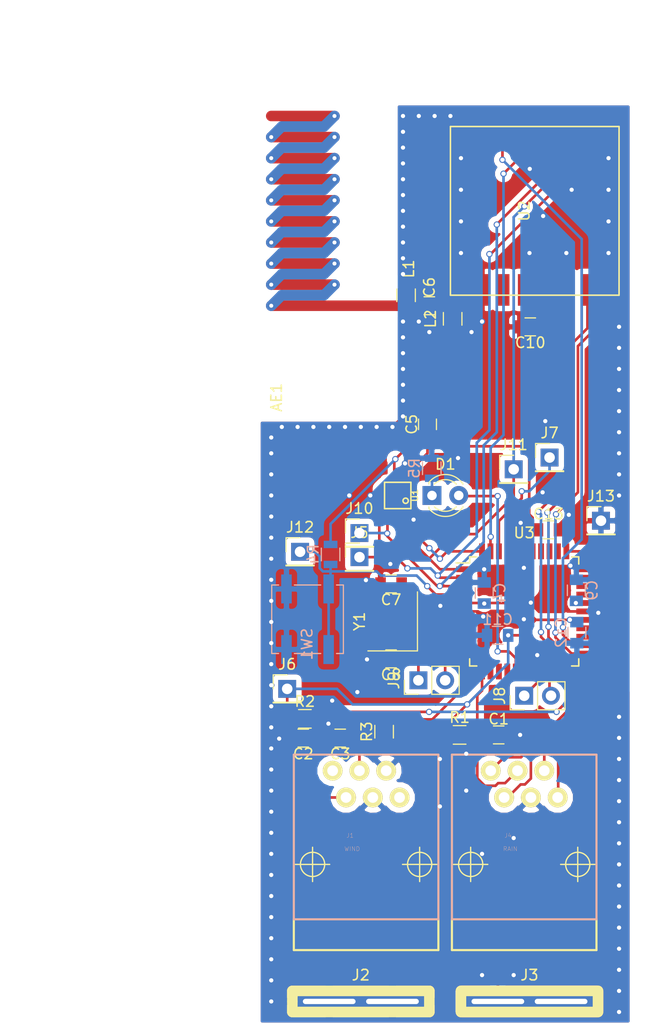
<source format=kicad_pcb>
(kicad_pcb (version 4) (host pcbnew 4.0.7-e2-6376~58~ubuntu16.04.1)
  (layers (0 F.Cu signal) (31 B.Cu signal) (34 B.Paste user) (35 F.Paste user) (36 B.SilkS user) (37 F.SilkS user) (38 B.Mask user) (39 F.Mask user) (44 Edge.Cuts user))
  (net 0 "")
  (net 1 GND)
  (net 2 "Net-(AE1-Pad1)")
  (net 3 VCC)
  (net 4 /RAIN)
  (net 5 /WIND_DIR)
  (net 6 /WIND_SPEED)
  (net 7 "Net-(C6-Pad1)")
  (net 8 "Net-(C7-Pad1)")
  (net 9 "Net-(C8-Pad1)")
  (net 10 /MISO)
  (net 11 /SCK)
  (net 12 /MOSI)
  (net 13 /RESET)
  (net 14 /BME_SS)
  (net 15 /RFM_SS)
  (net 16 /RFM_RESET)
  (net 17 /RFM_D0)
  (net 18 /RFM_D1)
  (net 19 /RFM_D2)
  (net 20 "Net-(C9-Pad1)")
  (net 21 /SOLAR_6)
  (net 22 /SOLAR_5)
  (net 23 /SOLAR_2)
  (net 24 /SOLAR_1)
  (net 25 "Net-(J7-Pad1)")
  (net 26 "Net-(J8-Pad1)")
  (net 27 "Net-(J8-Pad2)")
  (net 28 "Net-(J9-Pad1)")
  (net 29 "Net-(J9-Pad2)")
  (net 30 "Net-(D1-Pad1)")
  (net 31 "Net-(D1-Pad2)")
  (module drawn_by_jpmeijers:PCB_HELICAL_ANTENNA_868 (layer F.Cu) (at 101 65 90)
    (fp_text reference AE1 (at -8.7 0.5 90) (layer F.SilkS))
    (fp_text value Antenna)
    (fp_line (start 17 5) (end 18 6) (layer B.Cu) (width 1))
    (fp_line (start 17 1) (end 17 5) (layer B.Cu) (width 1))
    (fp_line (start 16 0) (end 17 1) (layer B.Cu) (width 1))
    (fp_line (start 18 6) (end 18 0) (layer F.Cu) (width 1))
    (fp_line (start 15 5) (end 16 6) (layer B.Cu) (width 1))
    (fp_line (start 15 1) (end 15 5) (layer B.Cu) (width 1))
    (fp_line (start 14 0) (end 15 1) (layer B.Cu) (width 1))
    (fp_line (start 16 6) (end 16 0) (layer F.Cu) (width 1))
    (fp_line (start 13 5) (end 14 6) (layer B.Cu) (width 1))
    (fp_line (start 13 1) (end 13 5) (layer B.Cu) (width 1))
    (fp_line (start 12 0) (end 13 1) (layer B.Cu) (width 1))
    (fp_line (start 14 6) (end 14 0) (layer F.Cu) (width 1))
    (fp_line (start 11 5) (end 12 6) (layer B.Cu) (width 1))
    (fp_line (start 11 1) (end 11 5) (layer B.Cu) (width 1))
    (fp_line (start 10 0) (end 11 1) (layer B.Cu) (width 1))
    (fp_line (start 12 6) (end 12 0) (layer F.Cu) (width 1))
    (fp_line (start 9 5) (end 10 6) (layer B.Cu) (width 1))
    (fp_line (start 9 1) (end 9 5) (layer B.Cu) (width 1))
    (fp_line (start 8 0) (end 9 1) (layer B.Cu) (width 1))
    (fp_line (start 10 6) (end 10 0) (layer F.Cu) (width 1))
    (fp_line (start 7 5) (end 8 6) (layer B.Cu) (width 1))
    (fp_line (start 7 1) (end 7 5) (layer B.Cu) (width 1))
    (fp_line (start 6 0) (end 7 1) (layer B.Cu) (width 1))
    (fp_line (start 8 6) (end 8 0) (layer F.Cu) (width 1))
    (fp_line (start 5 5) (end 6 6) (layer B.Cu) (width 1))
    (fp_line (start 5 1) (end 5 5) (layer B.Cu) (width 1))
    (fp_line (start 4 0) (end 5 1) (layer B.Cu) (width 1))
    (fp_line (start 6 6) (end 6 0) (layer F.Cu) (width 1))
    (fp_line (start 3 5) (end 4 6) (layer B.Cu) (width 1))
    (fp_line (start 3 1) (end 3 5) (layer B.Cu) (width 1))
    (fp_line (start 2 0) (end 3 1) (layer B.Cu) (width 1))
    (fp_line (start 4 6) (end 4 0) (layer F.Cu) (width 1))
    (fp_line (start 1 5) (end 2 6) (layer B.Cu) (width 1))
    (fp_line (start 1 1) (end 1 5) (layer B.Cu) (width 1))
    (fp_line (start 0 0) (end 1 1) (layer B.Cu) (width 1))
    (fp_line (start 2 6) (end 2 0) (layer F.Cu) (width 1))
    (fp_line (start 0 0) (end 0 12) (layer F.Cu) (width 1))
    (pad "" np_thru_hole circle (at 18 6 90) (size 1 1) (drill 0.38) (layers *.Cu))
    (pad "" np_thru_hole circle (at 16 0 90) (size 1 1) (drill 0.38) (layers *.Cu))
    (pad "" np_thru_hole circle (at 16 6 90) (size 1 1) (drill 0.38) (layers *.Cu))
    (pad "" np_thru_hole circle (at 14 0 90) (size 1 1) (drill 0.38) (layers *.Cu))
    (pad "" np_thru_hole circle (at 14 6 90) (size 1 1) (drill 0.38) (layers *.Cu))
    (pad "" np_thru_hole circle (at 12 0 90) (size 1 1) (drill 0.38) (layers *.Cu))
    (pad "" np_thru_hole circle (at 12 6 90) (size 1 1) (drill 0.38) (layers *.Cu))
    (pad "" np_thru_hole circle (at 10 0 90) (size 1 1) (drill 0.38) (layers *.Cu))
    (pad "" np_thru_hole circle (at 10 6 90) (size 1 1) (drill 0.38) (layers *.Cu))
    (pad "" np_thru_hole circle (at 8 0 90) (size 1 1) (drill 0.38) (layers *.Cu))
    (pad "" np_thru_hole circle (at 8 6 90) (size 1 1) (drill 0.38) (layers *.Cu))
    (pad "" np_thru_hole circle (at 6 0 90) (size 1 1) (drill 0.38) (layers *.Cu))
    (pad "" np_thru_hole circle (at 6 6 90) (size 1 1) (drill 0.38) (layers *.Cu))
    (pad "" np_thru_hole circle (at 4 0 90) (size 1 1) (drill 0.38) (layers *.Cu))
    (pad "" np_thru_hole circle (at 4 6 90) (size 1 1) (drill 0.38) (layers *.Cu))
    (pad "" np_thru_hole circle (at 2 0 90) (size 1 1) (drill 0.38) (layers *.Cu))
    (pad "" np_thru_hole circle (at 2 6 90) (size 1 1) (drill 0.38) (layers *.Cu))
    (pad "" np_thru_hole circle (at 0 0 90) (size 1 1) (drill 0.38) (layers *.Cu))
    (pad 1 smd circle (at 0 12 90) (size 1 1) (layers F.Cu F.Paste F.Mask) (net 2 "Net-(AE1-Pad1)"))
  )
  (module Capacitors_SMD:C_0805 (layer F.Cu) (at 116 65 180)
    (fp_text reference C6 (at 0 1.75 270) (layer F.SilkS))
    (fp_text value 1pF)
    (pad 1 smd rect (at -1 0 180) (size 1 1.25) (layers F.Cu F.Paste F.Mask) (net 7 "Net-(C6-Pad1)"))
    (pad 2 smd rect (at 1 0 180) (size 1 1.25) (layers F.Cu F.Paste F.Mask) (net 2 "Net-(AE1-Pad1)"))
  )
  (module Inductors_SMD:L_0805 (layer F.Cu) (at 113.792 64.008 270)
    (fp_text reference L1 (at -2.5 -0.25 270) (layer F.SilkS))
    (fp_text value 12nH)
    (pad 1 smd rect (at -0.95 0 270) (size 0.7 1.3) (layers F.Cu F.Paste F.Mask) (net 1 GND))
    (pad 2 smd rect (at 0.95 0 270) (size 0.7 1.3) (layers F.Cu F.Paste F.Mask) (net 2 "Net-(AE1-Pad1)"))
  )
  (module Inductors_SMD:L_0805 (layer F.Cu) (at 118.2116 66.2432 90)
    (fp_text reference L2 (at 0 -2.1 90) (layer F.SilkS))
    (fp_text value NA)
    (pad 1 smd rect (at -0.95 0 90) (size 0.7 1.3) (layers F.Cu F.Paste F.Mask) (net 1 GND))
    (pad 2 smd rect (at 0.95 0 90) (size 0.7 1.3) (layers F.Cu F.Paste F.Mask) (net 7 "Net-(C6-Pad1)"))
  )
  (module drawn_by_jpmeijers:RFM95 (layer F.Cu) (at 126 56 270)
    (fp_text reference U2 (at 0 1 270) (layer F.SilkS))
    (fp_text value RFM95)
    (pad 1 smd rect (at -7.5 -7 270) (size 3 1.2) (layers F.Cu F.Paste F.Mask) (net 1 GND))
    (pad 2 smd rect (at -7.5 -5 270) (size 3 1.2) (layers F.Cu F.Paste F.Mask) (net 10 /MISO))
    (pad 3 smd rect (at -7.5 -3 270) (size 3 1.2) (layers F.Cu F.Paste F.Mask) (net 12 /MOSI))
    (pad 4 smd rect (at -7.5 -1 270) (size 3 1.2) (layers F.Cu F.Paste F.Mask) (net 11 /SCK))
    (pad 5 smd rect (at -7.5 1 270) (size 3 1.2) (layers F.Cu F.Paste F.Mask) (net 15 /RFM_SS))
    (pad 6 smd rect (at -7.5 3 270) (size 3 1.2) (layers F.Cu F.Paste F.Mask) (net 16 /RFM_RESET))
    (pad 7 smd rect (at -7.5 5 270) (size 3 1.2) (layers F.Cu F.Paste F.Mask))
    (pad 8 smd rect (at -7.5 7 270) (size 3 1.2) (layers F.Cu F.Paste F.Mask) (net 1 GND))
    (pad 9 smd rect (at 7.5 7 270) (size 3 1.2) (layers F.Cu F.Paste F.Mask) (net 7 "Net-(C6-Pad1)"))
    (pad 10 smd rect (at 7.5 5 270) (size 3 1.2) (layers F.Cu F.Paste F.Mask) (net 1 GND))
    (pad 11 smd rect (at 7.5 3 270) (size 3 1.2) (layers F.Cu F.Paste F.Mask))
    (pad 12 smd rect (at 7.5 1 270) (size 3 1.2) (layers F.Cu F.Paste F.Mask))
    (pad 13 smd rect (at 7.5 -1 270) (size 3 1.2) (layers F.Cu F.Paste F.Mask) (net 3 VCC))
    (pad 14 smd rect (at 7.5 -3 270) (size 3 1.2) (layers F.Cu F.Paste F.Mask) (net 17 /RFM_D0))
    (pad 15 smd rect (at 7.5 -5 270) (size 3 1.2) (layers F.Cu F.Paste F.Mask) (net 18 /RFM_D1))
    (pad 16 smd rect (at 7.5 -7 270) (size 3 1.2) (layers F.Cu F.Paste F.Mask) (net 19 /RFM_D2))
  )
  (module drawn_by_jpmeijers:SPARKFUN_RJ11-6 (layer F.Cu) (at 110 118)
    (fp_text reference J1 (at -1.524 -2.7432) (layer B.SilkS) (effects (font (size 0.4064 0.4064) (thickness 0.0254))))
    (fp_text value WIND (at -1.3208 -1.4732) (layer B.SilkS) (effects (font (size 0.4064 0.4064) (thickness 0.0254))))
    (pad 1 thru_hole circle (at -3.175 -8.89) (size 1.8796 1.8796) (drill 1.016) (layers *.Cu F.Paste F.SilkS F.Mask))
    (pad 2 thru_hole circle (at -1.905 -6.35) (size 1.8796 1.8796) (drill 1.016) (layers *.Cu F.Paste F.SilkS F.Mask) (net 5 /WIND_DIR))
    (pad 3 thru_hole circle (at -0.635 -8.89) (size 1.8796 1.8796) (drill 1.016) (layers *.Cu F.Paste F.SilkS F.Mask) (net 6 /WIND_SPEED))
    (pad 4 thru_hole circle (at 0.635 -6.35) (size 1.8796 1.8796) (drill 1.016) (layers *.Cu F.Paste F.SilkS F.Mask) (net 1 GND))
    (pad 5 thru_hole circle (at 1.905 -8.89) (size 1.8796 1.8796) (drill 1.016) (layers *.Cu F.Paste F.SilkS F.Mask) (net 1 GND))
    (pad 6 thru_hole circle (at 3.175 -6.35) (size 1.8796 1.8796) (drill 1.016) (layers *.Cu F.Paste F.SilkS F.Mask))
  )
  (module drawn_by_jpmeijers:SPARKFUN_RJ11-6 (layer F.Cu) (at 125 118)
    (fp_text reference J4 (at -1.524 -2.7432) (layer B.SilkS) (effects (font (size 0.4064 0.4064) (thickness 0.0254))))
    (fp_text value RAIN (at -1.3208 -1.4732) (layer B.SilkS) (effects (font (size 0.4064 0.4064) (thickness 0.0254))))
    (pad 1 thru_hole circle (at -3.175 -8.89) (size 1.8796 1.8796) (drill 1.016) (layers *.Cu F.Paste F.SilkS F.Mask) (net 24 /SOLAR_1))
    (pad 2 thru_hole circle (at -1.905 -6.35) (size 1.8796 1.8796) (drill 1.016) (layers *.Cu F.Paste F.SilkS F.Mask) (net 23 /SOLAR_2))
    (pad 3 thru_hole circle (at -0.635 -8.89) (size 1.8796 1.8796) (drill 1.016) (layers *.Cu F.Paste F.SilkS F.Mask) (net 4 /RAIN))
    (pad 4 thru_hole circle (at 0.635 -6.35) (size 1.8796 1.8796) (drill 1.016) (layers *.Cu F.Paste F.SilkS F.Mask) (net 1 GND))
    (pad 5 thru_hole circle (at 1.905 -8.89) (size 1.8796 1.8796) (drill 1.016) (layers *.Cu F.Paste F.SilkS F.Mask) (net 22 /SOLAR_5))
    (pad 6 thru_hole circle (at 3.175 -6.35) (size 1.8796 1.8796) (drill 1.016) (layers *.Cu F.Paste F.SilkS F.Mask) (net 21 /SOLAR_6))
  )
  (module Resistors_SMD:R_0805 (layer F.Cu) (at 118.872 105.7148)
    (fp_text reference R1 (at 0 -1.65) (layer F.SilkS))
    (fp_text value 10k1)
    (pad 1 smd rect (at -0.95 0) (size 0.7 1.3) (layers F.Cu F.Paste F.Mask) (net 3 VCC))
    (pad 2 smd rect (at 0.95 0) (size 0.7 1.3) (layers F.Cu F.Paste F.Mask) (net 4 /RAIN))
  )
  (module Capacitors_SMD:C_0805 (layer F.Cu) (at 122.5804 105.7148)
    (fp_text reference C1 (at 0 -1.5) (layer F.SilkS))
    (fp_text value 100n)
    (pad 1 smd rect (at -1 0) (size 1 1.25) (layers F.Cu F.Paste F.Mask) (net 4 /RAIN))
    (pad 2 smd rect (at 1 0) (size 1 1.25) (layers F.Cu F.Paste F.Mask) (net 1 GND))
  )
  (module Capacitors_SMD:C_0805 (layer F.Cu) (at 104.0384 106.0196 180)
    (fp_text reference C2 (at 0 -1.5 180) (layer F.SilkS))
    (fp_text value 100n)
    (pad 1 smd rect (at -1 0 180) (size 1 1.25) (layers F.Cu F.Paste F.Mask) (net 5 /WIND_DIR))
    (pad 2 smd rect (at 1 0 180) (size 1 1.25) (layers F.Cu F.Paste F.Mask) (net 1 GND))
  )
  (module Capacitors_SMD:C_0805 (layer F.Cu) (at 107.5436 106.0196 180)
    (fp_text reference C3 (at 0 -1.5 180) (layer F.SilkS))
    (fp_text value 100n)
    (pad 1 smd rect (at -1 0 180) (size 1 1.25) (layers F.Cu F.Paste F.Mask) (net 6 /WIND_SPEED))
    (pad 2 smd rect (at 1 0 180) (size 1 1.25) (layers F.Cu F.Paste F.Mask) (net 1 GND))
  )
  (module Capacitors_SMD:C_0805 (layer F.Cu) (at 115.824 76.2508 90)
    (fp_text reference C5 (at 0 -1.5 90) (layer F.SilkS))
    (fp_text value 100n)
    (pad 1 smd rect (at -1 0 90) (size 1 1.25) (layers F.Cu F.Paste F.Mask) (net 3 VCC))
    (pad 2 smd rect (at 1 0 90) (size 1 1.25) (layers F.Cu F.Paste F.Mask) (net 1 GND))
  )
  (module Capacitors_SMD:C_0805 (layer F.Cu) (at 112.3696 91.3892 180)
    (fp_text reference C7 (at 0 -1.5 180) (layer F.SilkS))
    (fp_text value 22p)
    (pad 1 smd rect (at -1 0 180) (size 1 1.25) (layers F.Cu F.Paste F.Mask) (net 8 "Net-(C7-Pad1)"))
    (pad 2 smd rect (at 1 0 180) (size 1 1.25) (layers F.Cu F.Paste F.Mask) (net 1 GND))
  )
  (module Capacitors_SMD:C_0805 (layer F.Cu) (at 112.3696 98.5012 180)
    (fp_text reference C8 (at 0 -1.5 180) (layer F.SilkS))
    (fp_text value 22p)
    (pad 1 smd rect (at -1 0 180) (size 1 1.25) (layers F.Cu F.Paste F.Mask) (net 9 "Net-(C8-Pad1)"))
    (pad 2 smd rect (at 1 0 180) (size 1 1.25) (layers F.Cu F.Paste F.Mask) (net 1 GND))
  )
  (module Capacitors_SMD:C_0805 (layer B.Cu) (at 129.9464 91.9988 90)
    (fp_text reference C9 (at 0 1.5 90) (layer B.SilkS) (effects (justify mirror)))
    (fp_text value 100nF)
    (pad 1 smd rect (at -1 0 90) (size 1 1.25) (layers B.Cu B.Paste B.Mask) (net 20 "Net-(C9-Pad1)"))
    (pad 2 smd rect (at 1 0 90) (size 1 1.25) (layers B.Cu B.Paste B.Mask) (net 1 GND))
  )
  (module Capacitors_SMD:C_0805 (layer F.Cu) (at 125.5776 67.0052 180)
    (fp_text reference C10 (at 0 -1.5 180) (layer F.SilkS))
    (fp_text value 100nF)
    (pad 1 smd rect (at -1 0 180) (size 1 1.25) (layers F.Cu F.Paste F.Mask) (net 3 VCC))
    (pad 2 smd rect (at 1 0 180) (size 1 1.25) (layers F.Cu F.Paste F.Mask) (net 1 GND))
  )
  (module Capacitors_SMD:C_0805 (layer B.Cu) (at 122.4788 96.266 180)
    (fp_text reference C11 (at 0 1.5 180) (layer B.SilkS) (effects (justify mirror)))
    (fp_text value 100nF)
    (pad 1 smd rect (at -1 0 180) (size 1 1.25) (layers B.Cu B.Paste B.Mask) (net 3 VCC))
    (pad 2 smd rect (at 1 0 180) (size 1 1.25) (layers B.Cu B.Paste B.Mask) (net 1 GND))
  )
  (module Capacitors_SMD:C_0805 (layer B.Cu) (at 129.9972 96.012 270)
    (fp_text reference C12 (at 0 1.5 270) (layer B.SilkS) (effects (justify mirror)))
    (fp_text value 100nF)
    (pad 1 smd rect (at -1 0 270) (size 1 1.25) (layers B.Cu B.Paste B.Mask) (net 3 VCC))
    (pad 2 smd rect (at 1 0 270) (size 1 1.25) (layers B.Cu B.Paste B.Mask) (net 1 GND))
  )
  (module Capacitors_SMD:C_0805 (layer F.Cu) (at 127.3048 86.2584)
    (fp_text reference C13 (at 0 -1.5) (layer F.SilkS))
    (fp_text value 100nF)
    (pad 1 smd rect (at -1 0) (size 1 1.25) (layers F.Cu F.Paste F.Mask) (net 3 VCC))
    (pad 2 smd rect (at 1 0) (size 1 1.25) (layers F.Cu F.Paste F.Mask) (net 1 GND))
  )
  (module Buttons_Switches_SMD:SW_SPST_B3SL-1002P (layer B.Cu) (at 104.4448 94.742 270)
    (fp_text reference SW1 (at 2.358 0.0448 270) (layer B.SilkS) (effects (justify mirror)))
    (fp_text value SW_Push)
    (pad 1 smd rect (at -2.875 2 270) (size 2.75 1) (layers B.Cu B.Paste B.Mask) (net 1 GND))
    (pad 1 smd rect (at 2.875 2 270) (size 2.75 1) (layers B.Cu B.Paste B.Mask) (net 1 GND))
    (pad 2 smd rect (at 2.875 -2 270) (size 2.75 1) (layers B.Cu B.Paste B.Mask) (net 13 /RESET))
    (pad 2 smd rect (at -2.875 -2 270) (size 2.75 1) (layers B.Cu B.Paste B.Mask) (net 13 /RESET))
  )
  (module Housings_QFP:TQFP-44_10x10mm_Pitch0.8mm (layer F.Cu) (at 125 94)
    (fp_text reference U3 (at 0 -7.45) (layer F.SilkS))
    (fp_text value ATMEGA1284P-AU)
    (pad 1 smd rect (at -5.7 -4) (size 1.5 0.55) (layers F.Cu F.Paste F.Mask) (net 12 /MOSI))
    (pad 2 smd rect (at -5.7 -3.2) (size 1.5 0.55) (layers F.Cu F.Paste F.Mask) (net 10 /MISO))
    (pad 3 smd rect (at -5.7 -2.4) (size 1.5 0.55) (layers F.Cu F.Paste F.Mask) (net 11 /SCK))
    (pad 4 smd rect (at -5.7 -1.6) (size 1.5 0.55) (layers F.Cu F.Paste F.Mask) (net 13 /RESET))
    (pad 5 smd rect (at -5.7 -0.8) (size 1.5 0.55) (layers F.Cu F.Paste F.Mask) (net 3 VCC))
    (pad 6 smd rect (at -5.7 0) (size 1.5 0.55) (layers F.Cu F.Paste F.Mask) (net 1 GND))
    (pad 7 smd rect (at -5.7 0.8) (size 1.5 0.55) (layers F.Cu F.Paste F.Mask) (net 8 "Net-(C7-Pad1)"))
    (pad 8 smd rect (at -5.7 1.6) (size 1.5 0.55) (layers F.Cu F.Paste F.Mask) (net 9 "Net-(C8-Pad1)"))
    (pad 9 smd rect (at -5.7 2.4) (size 1.5 0.55) (layers F.Cu F.Paste F.Mask) (net 28 "Net-(J9-Pad1)"))
    (pad 10 smd rect (at -5.7 3.2) (size 1.5 0.55) (layers F.Cu F.Paste F.Mask) (net 29 "Net-(J9-Pad2)"))
    (pad 11 smd rect (at -5.7 4) (size 1.5 0.55) (layers F.Cu F.Paste F.Mask) (net 6 /WIND_SPEED))
    (pad 12 smd rect (at -4 5.7 90) (size 1.5 0.55) (layers F.Cu F.Paste F.Mask) (net 4 /RAIN))
    (pad 13 smd rect (at -3.2 5.7 90) (size 1.5 0.55) (layers F.Cu F.Paste F.Mask))
    (pad 14 smd rect (at -2.4 5.7 90) (size 1.5 0.55) (layers F.Cu F.Paste F.Mask))
    (pad 15 smd rect (at -1.6 5.7 90) (size 1.5 0.55) (layers F.Cu F.Paste F.Mask))
    (pad 16 smd rect (at -0.8 5.7 90) (size 1.5 0.55) (layers F.Cu F.Paste F.Mask) (net 31 "Net-(D1-Pad2)"))
    (pad 17 smd rect (at 0 5.7 90) (size 1.5 0.55) (layers F.Cu F.Paste F.Mask) (net 3 VCC))
    (pad 18 smd rect (at 0.8 5.7 90) (size 1.5 0.55) (layers F.Cu F.Paste F.Mask) (net 1 GND))
    (pad 19 smd rect (at 1.6 5.7 90) (size 1.5 0.55) (layers F.Cu F.Paste F.Mask) (net 26 "Net-(J8-Pad1)"))
    (pad 20 smd rect (at 2.4 5.7 90) (size 1.5 0.55) (layers F.Cu F.Paste F.Mask) (net 27 "Net-(J8-Pad2)"))
    (pad 21 smd rect (at 3.2 5.7 90) (size 1.5 0.55) (layers F.Cu F.Paste F.Mask) (net 17 /RFM_D0))
    (pad 22 smd rect (at 4 5.7 90) (size 1.5 0.55) (layers F.Cu F.Paste F.Mask) (net 18 /RFM_D1))
    (pad 23 smd rect (at 5.7 4) (size 1.5 0.55) (layers F.Cu F.Paste F.Mask) (net 19 /RFM_D2))
    (pad 24 smd rect (at 5.7 3.2) (size 1.5 0.55) (layers F.Cu F.Paste F.Mask) (net 16 /RFM_RESET))
    (pad 25 smd rect (at 5.7 2.4) (size 1.5 0.55) (layers F.Cu F.Paste F.Mask))
    (pad 26 smd rect (at 5.7 1.6) (size 1.5 0.55) (layers F.Cu F.Paste F.Mask))
    (pad 27 smd rect (at 5.7 0.8) (size 1.5 0.55) (layers F.Cu F.Paste F.Mask) (net 3 VCC))
    (pad 28 smd rect (at 5.7 0) (size 1.5 0.55) (layers F.Cu F.Paste F.Mask) (net 1 GND))
    (pad 29 smd rect (at 5.7 -0.8) (size 1.5 0.55) (layers F.Cu F.Paste F.Mask) (net 20 "Net-(C9-Pad1)"))
    (pad 30 smd rect (at 5.7 -1.6) (size 1.5 0.55) (layers F.Cu F.Paste F.Mask) (net 5 /WIND_DIR))
    (pad 31 smd rect (at 5.7 -2.4) (size 1.5 0.55) (layers F.Cu F.Paste F.Mask) (net 24 /SOLAR_1))
    (pad 32 smd rect (at 5.7 -3.2) (size 1.5 0.55) (layers F.Cu F.Paste F.Mask) (net 23 /SOLAR_2))
    (pad 33 smd rect (at 5.7 -4) (size 1.5 0.55) (layers F.Cu F.Paste F.Mask) (net 22 /SOLAR_5))
    (pad 34 smd rect (at 4 -5.7 90) (size 1.5 0.55) (layers F.Cu F.Paste F.Mask) (net 21 /SOLAR_6))
    (pad 35 smd rect (at 3.2 -5.7 90) (size 1.5 0.55) (layers F.Cu F.Paste F.Mask))
    (pad 36 smd rect (at 2.4 -5.7 90) (size 1.5 0.55) (layers F.Cu F.Paste F.Mask))
    (pad 37 smd rect (at 1.6 -5.7 90) (size 1.5 0.55) (layers F.Cu F.Paste F.Mask))
    (pad 38 smd rect (at 0.8 -5.7 90) (size 1.5 0.55) (layers F.Cu F.Paste F.Mask) (net 3 VCC))
    (pad 39 smd rect (at 0 -5.7 90) (size 1.5 0.55) (layers F.Cu F.Paste F.Mask) (net 1 GND))
    (pad 40 smd rect (at -0.8 -5.7 90) (size 1.5 0.55) (layers F.Cu F.Paste F.Mask))
    (pad 41 smd rect (at -1.6 -5.7 90) (size 1.5 0.55) (layers F.Cu F.Paste F.Mask))
    (pad 42 smd rect (at -2.4 -5.7 90) (size 1.5 0.55) (layers F.Cu F.Paste F.Mask) (net 25 "Net-(J7-Pad1)"))
    (pad 43 smd rect (at -3.2 -5.7 90) (size 1.5 0.55) (layers F.Cu F.Paste F.Mask) (net 15 /RFM_SS))
    (pad 44 smd rect (at -4 -5.7 90) (size 1.5 0.55) (layers F.Cu F.Paste F.Mask) (net 14 /BME_SS))
  )
  (module Capacitors_SMD:C_0805 (layer B.Cu) (at 121.2088 92.2528 90)
    (fp_text reference C4 (at 0 1.5 90) (layer B.SilkS) (effects (justify mirror)))
    (fp_text value 100n)
    (pad 1 smd rect (at -1 0 90) (size 1 1.25) (layers B.Cu B.Paste B.Mask) (net 3 VCC))
    (pad 2 smd rect (at 1 0 90) (size 1 1.25) (layers B.Cu B.Paste B.Mask) (net 1 GND))
  )
  (module Pin_Headers:Pin_Header_Straight_1x01_Pitch2.54mm (layer F.Cu) (at 127.4064 79.4004)
    (fp_text reference J7 (at 0 -2.33) (layer F.SilkS))
    (fp_text value INT2)
    (pad 1 thru_hole rect (at 0 0) (size 1.7 1.7) (drill 1) (layers *.Cu *.Mask) (net 25 "Net-(J7-Pad1)"))
  )
  (module Pin_Headers:Pin_Header_Straight_1x02_Pitch2.54mm (layer F.Cu) (at 125 102 90)
    (fp_text reference J8 (at 0 -2.33 90) (layer F.SilkS))
    (fp_text value I2C)
    (pad 1 thru_hole rect (at 0 0 90) (size 1.7 1.7) (drill 1) (layers *.Cu *.Mask) (net 26 "Net-(J8-Pad1)"))
    (pad 2 thru_hole oval (at 0 2.54 90) (size 1.7 1.7) (drill 1) (layers *.Cu *.Mask) (net 27 "Net-(J8-Pad2)"))
  )
  (module Pin_Headers:Pin_Header_Straight_1x02_Pitch2.54mm (layer F.Cu) (at 114.9604 100.5332 90)
    (fp_text reference J9 (at 0 -2.33 90) (layer F.SilkS))
    (fp_text value UART)
    (pad 1 thru_hole rect (at 0 0 90) (size 1.7 1.7) (drill 1) (layers *.Cu *.Mask) (net 28 "Net-(J9-Pad1)"))
    (pad 2 thru_hole oval (at 0 2.54 90) (size 1.7 1.7) (drill 1) (layers *.Cu *.Mask) (net 29 "Net-(J9-Pad2)"))
  )
  (module Resistors_SMD:R_0805 (layer F.Cu) (at 104.1908 104.1908)
    (fp_text reference R2 (at 0 -1.65) (layer F.SilkS))
    (fp_text value 10k2)
    (pad 1 smd rect (at -0.95 0) (size 0.7 1.3) (layers F.Cu F.Paste F.Mask) (net 3 VCC))
    (pad 2 smd rect (at 0.95 0) (size 0.7 1.3) (layers F.Cu F.Paste F.Mask) (net 5 /WIND_DIR))
  )
  (module Resistors_SMD:R_0805 (layer F.Cu) (at 111.7092 105.41 90)
    (fp_text reference R3 (at 0 -1.65 90) (layer F.SilkS))
    (fp_text value 10k3)
    (pad 1 smd rect (at -0.95 0 90) (size 0.7 1.3) (layers F.Cu F.Paste F.Mask) (net 3 VCC))
    (pad 2 smd rect (at 0.95 0 90) (size 0.7 1.3) (layers F.Cu F.Paste F.Mask) (net 6 /WIND_SPEED))
  )
  (module Resistors_SMD:R_0805 (layer B.Cu) (at 106.6292 88.5952 270)
    (fp_text reference R4 (at 0 1.65 270) (layer B.SilkS) (effects (justify mirror)))
    (fp_text value 10k)
    (pad 1 smd rect (at -0.95 0 270) (size 0.7 1.3) (layers B.Cu B.Paste B.Mask) (net 3 VCC))
    (pad 2 smd rect (at 0.95 0 270) (size 0.7 1.3) (layers B.Cu B.Paste B.Mask) (net 13 /RESET))
  )
  (module drawn_by_jpmeijers:BATTERY_TERMINAL (layer F.Cu) (at 109.5 131)
    (fp_text reference J2 (at 0 -2.5) (layer F.SilkS))
    (fp_text value "batt -")
    (pad 1 thru_hole rect (at -3 0) (size 7 2) (drill oval 5 0.5) (layers *.Cu *.Mask) (net 1 GND))
    (pad 1 thru_hole rect (at 3 0) (size 7 2) (drill oval 5 0.5) (layers *.Cu *.Mask) (net 1 GND))
  )
  (module drawn_by_jpmeijers:BATTERY_TERMINAL (layer F.Cu) (at 125.5 131)
    (fp_text reference J3 (at 0 -2.5) (layer F.SilkS))
    (fp_text value "batt +")
    (pad 1 thru_hole rect (at -3 0) (size 7 2) (drill oval 5 0.5) (layers *.Cu *.Mask) (net 3 VCC))
    (pad 1 thru_hole rect (at 3 0) (size 7 2) (drill oval 5 0.5) (layers *.Cu *.Mask) (net 3 VCC))
  )
  (module Crystals:Crystal_SMD_SeikoEpson_FA238V-4pin_3.2x2.5mm_HandSoldering (layer F.Cu) (at 112.522 94.9452 90)
    (fp_text reference Y1 (at 0 -3.15 90) (layer F.SilkS))
    (fp_text value 8MHz)
    (pad 1 smd rect (at -1.55 1.25 90) (size 2.1 1.8) (layers F.Cu F.Paste F.Mask) (net 9 "Net-(C8-Pad1)"))
    (pad 2 smd rect (at 1.55 1.25 90) (size 2.1 1.8) (layers F.Cu F.Paste F.Mask) (net 8 "Net-(C7-Pad1)"))
    (pad 3 smd rect (at 1.55 -1.25 90) (size 2.1 1.8) (layers F.Cu F.Paste F.Mask))
    (pad 4 smd rect (at -1.55 -1.25 90) (size 2.1 1.8) (layers F.Cu F.Paste F.Mask))
  )
  (module LEDs:LED_D3.0mm (layer F.Cu) (at 116.25 83)
    (fp_text reference D1 (at 1.27 -2.96) (layer F.SilkS))
    (fp_text value LED)
    (pad 1 thru_hole rect (at 0 0) (size 1.8 1.8) (drill 0.9) (layers *.Cu *.Mask) (net 30 "Net-(D1-Pad1)"))
    (pad 2 thru_hole circle (at 2.54 0) (size 1.8 1.8) (drill 0.9) (layers *.Cu *.Mask) (net 31 "Net-(D1-Pad2)"))
  )
  (module Resistors_SMD:R_0805 (layer B.Cu) (at 116.2304 80.4164 270)
    (fp_text reference R5 (at 0 1.65 270) (layer B.SilkS) (effects (justify mirror)))
    (fp_text value 200?)
    (pad 1 smd rect (at -0.95 0 270) (size 0.7 1.3) (layers B.Cu B.Paste B.Mask) (net 1 GND))
    (pad 2 smd rect (at 0.95 0 270) (size 0.7 1.3) (layers B.Cu B.Paste B.Mask) (net 30 "Net-(D1-Pad1)"))
  )
  (module components:BME280 (layer F.Cu) (at 113 83 270)
    (fp_text reference U1 (at 0 -1.651 270) (layer F.SilkS) (effects (font (size 0.5 0.6) (thickness 0.125))))
    (fp_text value BME280)
    (pad 8 smd rect (at -1.125 -0.975 270) (size 0.7 0.35) (layers F.Cu F.Paste F.Mask) (net 3 VCC))
    (pad 7 smd rect (at -1.125 -0.325 270) (size 0.7 0.35) (layers F.Cu F.Paste F.Mask) (net 1 GND))
    (pad 6 smd rect (at -1.125 0.325 270) (size 0.7 0.35) (layers F.Cu F.Paste F.Mask) (net 3 VCC))
    (pad 5 smd rect (at -1.125 0.975 270) (size 0.7 0.35) (layers F.Cu F.Paste F.Mask) (net 10 /MISO))
    (pad 4 smd rect (at 1.125 0.975 270) (size 0.7 0.35) (layers F.Cu F.Paste F.Mask) (net 11 /SCK))
    (pad 3 smd rect (at 1.125 0.325 270) (size 0.7 0.35) (layers F.Cu F.Paste F.Mask) (net 12 /MOSI))
    (pad 2 smd rect (at 1.125 -0.325 270) (size 0.7 0.35) (layers F.Cu F.Paste F.Mask) (net 14 /BME_SS))
    (pad 1 smd rect (at 1.125 -0.975 270) (size 0.7 0.35) (layers F.Cu F.Paste F.Mask) (net 1 GND))
  )
  (module Pin_Headers:Pin_Header_Straight_1x01_Pitch2.54mm (layer F.Cu) (at 109.3724 88.8492)
    (fp_text reference J5 (at 0 -2.33) (layer F.SilkS))
    (fp_text value Conn_01x01)
    (pad 1 thru_hole rect (at 0 0) (size 1.7 1.7) (drill 1) (layers *.Cu *.Mask) (net 10 /MISO))
  )
  (module Pin_Headers:Pin_Header_Straight_1x01_Pitch2.54mm (layer F.Cu) (at 102.5144 101.346)
    (fp_text reference J6 (at 0 -2.33) (layer F.SilkS))
    (fp_text value Conn_01x01)
    (pad 1 thru_hole rect (at 0 0) (size 1.7 1.7) (drill 1) (layers *.Cu *.Mask) (net 3 VCC))
  )
  (module Pin_Headers:Pin_Header_Straight_1x01_Pitch2.54mm (layer F.Cu) (at 109.3724 86.5632)
    (fp_text reference J10 (at 0 -2.33) (layer F.SilkS))
    (fp_text value Conn_01x01)
    (pad 1 thru_hole rect (at 0 0) (size 1.7 1.7) (drill 1) (layers *.Cu *.Mask) (net 11 /SCK))
  )
  (module Pin_Headers:Pin_Header_Straight_1x01_Pitch2.54mm (layer F.Cu) (at 124.0028 80.518)
    (fp_text reference J11 (at 0 -2.33) (layer F.SilkS))
    (fp_text value Conn_01x01)
    (pad 1 thru_hole rect (at 0 0) (size 1.7 1.7) (drill 1) (layers *.Cu *.Mask) (net 12 /MOSI))
  )
  (module Pin_Headers:Pin_Header_Straight_1x01_Pitch2.54mm (layer F.Cu) (at 103.7336 88.3412)
    (fp_text reference J12 (at 0 -2.33) (layer F.SilkS))
    (fp_text value Conn_01x01)
    (pad 1 thru_hole rect (at 0 0) (size 1.7 1.7) (drill 1) (layers *.Cu *.Mask) (net 13 /RESET))
  )
  (module Pin_Headers:Pin_Header_Straight_1x01_Pitch2.54mm (layer F.Cu) (at 132.2832 85.3948)
    (fp_text reference J13 (at 0 -2.33) (layer F.SilkS))
    (fp_text value Conn_01x01)
    (pad 1 thru_hole rect (at 0 0) (size 1.7 1.7) (drill 1) (layers *.Cu *.Mask) (net 1 GND))
  )
  (segment (start 129 60) (end 129 58.6928) (width 0.25) (layer B.Cu) (net 1))
  (via (at 126.7968 56.4896) (size 0.6) (drill 0.4) (layers F.Cu B.Cu) (net 1))
  (segment (start 129 58.6928) (end 126.7968 56.4896) (width 0.25) (layer B.Cu) (net 1))
  (segment (start 125.5 60) (end 129 60) (width 0.25) (layer B.Cu) (net 1))
  (via (at 125.5 60) (size 0.6) (drill 0.4) (layers F.Cu B.Cu) (net 1))
  (segment (start 119 54) (end 123.546 54) (width 0.25) (layer F.Cu) (net 1))
  (via (at 125.5268 52.0192) (size 0.6) (drill 0.4) (layers F.Cu B.Cu) (net 1))
  (segment (start 123.546 54) (end 125.5268 52.0192) (width 0.25) (layer F.Cu) (net 1))
  (segment (start 106.7816 102.4636) (end 108.3564 102.4636) (width 0.25) (layer F.Cu) (net 1))
  (segment (start 106.2452 103) (end 106.7816 102.4636) (width 0.25) (layer B.Cu) (net 1))
  (via (at 106.7816 102.4636) (size 0.6) (drill 0.4) (layers F.Cu B.Cu) (net 1))
  (segment (start 101 103) (end 106.2452 103) (width 0.25) (layer B.Cu) (net 1))
  (via (at 109.1692 101.6508) (size 0.6) (drill 0.4) (layers F.Cu B.Cu) (net 1))
  (segment (start 108.3564 102.4636) (end 109.1692 101.6508) (width 0.25) (layer F.Cu) (net 1))
  (segment (start 121 63.5) (end 121 66.5) (width 0.25) (layer F.Cu) (net 1))
  (via (at 120 67.5) (size 0.6) (drill 0.4) (layers F.Cu B.Cu) (net 1))
  (segment (start 121 66.5) (end 120 67.5) (width 0.25) (layer B.Cu) (net 1))
  (via (at 121 66.5) (size 0.6) (drill 0.4) (layers F.Cu B.Cu) (net 1))
  (segment (start 113.5 66.5) (end 115 66.5) (width 0.25) (layer F.Cu) (net 1))
  (via (at 116 67.5) (size 0.6) (drill 0.4) (layers F.Cu B.Cu) (net 1))
  (segment (start 115 66.5) (end 116 67.5) (width 0.25) (layer B.Cu) (net 1))
  (via (at 115 66.5) (size 0.6) (drill 0.4) (layers F.Cu B.Cu) (net 1))
  (segment (start 111.3696 91.3892) (end 111.3696 90.4304) (width 0.25) (layer F.Cu) (net 1))
  (via (at 112.3 89.5) (size 0.6) (drill 0.4) (layers F.Cu B.Cu) (net 1))
  (segment (start 111.3696 90.4304) (end 112.3 89.5) (width 0.25) (layer F.Cu) (net 1))
  (segment (start 121.2088 91.2528) (end 121.2088 90.0088) (width 0.25) (layer B.Cu) (net 1))
  (via (at 121.2 90) (size 0.6) (drill 0.4) (layers F.Cu B.Cu) (net 1))
  (segment (start 121.2088 90.0088) (end 121.2 90) (width 0.25) (layer B.Cu) (net 1))
  (via (at 126.746 82.7024) (size 0.6) (drill 0.4) (layers F.Cu B.Cu) (net 1))
  (segment (start 126.746 82.7024) (end 126.746 82.6516) (width 0.25) (layer F.Cu) (net 1))
  (segment (start 116.2304 79.4664) (end 118.7044 79.4664) (width 0.25) (layer B.Cu) (net 1))
  (via (at 118.7196 79.4512) (size 0.6) (drill 0.4) (layers F.Cu B.Cu) (net 1))
  (segment (start 118.7044 79.4664) (end 118.7196 79.4512) (width 0.25) (layer B.Cu) (net 1))
  (segment (start 113.325 81.875) (end 113.325 80.3246) (width 0.25) (layer F.Cu) (net 1))
  (via (at 113.6904 79.9592) (size 0.6) (drill 0.4) (layers F.Cu B.Cu) (net 1))
  (segment (start 113.325 80.3246) (end 113.6904 79.9592) (width 0.25) (layer F.Cu) (net 1))
  (segment (start 101 83) (end 108.4 83) (width 0.25) (layer B.Cu) (net 1))
  (via (at 110.4 83) (size 0.6) (drill 0.4) (layers F.Cu B.Cu) (net 1))
  (segment (start 108.4 83) (end 110.4 83) (width 0.25) (layer F.Cu) (net 1))
  (via (at 108.4 83) (size 0.6) (drill 0.4) (layers F.Cu B.Cu) (net 1))
  (segment (start 134 104) (end 134 106) (width 0.25) (layer B.Cu) (net 1))
  (via (at 134 126) (size 0.6) (drill 0.4) (layers F.Cu B.Cu) (net 1))
  (segment (start 134 126) (end 134 124) (width 0.25) (layer B.Cu) (net 1))
  (via (at 134 124) (size 0.6) (drill 0.4) (layers F.Cu B.Cu) (net 1))
  (segment (start 134 124) (end 134 122) (width 0.25) (layer F.Cu) (net 1))
  (via (at 134 122) (size 0.6) (drill 0.4) (layers F.Cu B.Cu) (net 1))
  (segment (start 134 122) (end 134 120) (width 0.25) (layer B.Cu) (net 1))
  (via (at 134 120) (size 0.6) (drill 0.4) (layers F.Cu B.Cu) (net 1))
  (segment (start 134 120) (end 134 118) (width 0.25) (layer F.Cu) (net 1))
  (via (at 134 118) (size 0.6) (drill 0.4) (layers F.Cu B.Cu) (net 1))
  (segment (start 134 118) (end 134 116) (width 0.25) (layer B.Cu) (net 1))
  (via (at 134 116) (size 0.6) (drill 0.4) (layers F.Cu B.Cu) (net 1))
  (segment (start 134 116) (end 134 114) (width 0.25) (layer F.Cu) (net 1))
  (via (at 134 114) (size 0.6) (drill 0.4) (layers F.Cu B.Cu) (net 1))
  (segment (start 134 114) (end 134 112) (width 0.25) (layer B.Cu) (net 1))
  (via (at 134 112) (size 0.6) (drill 0.4) (layers F.Cu B.Cu) (net 1))
  (segment (start 134 112) (end 134 110) (width 0.25) (layer F.Cu) (net 1))
  (via (at 134 110) (size 0.6) (drill 0.4) (layers F.Cu B.Cu) (net 1))
  (segment (start 134 110) (end 134 108) (width 0.25) (layer B.Cu) (net 1))
  (via (at 134 108) (size 0.6) (drill 0.4) (layers F.Cu B.Cu) (net 1))
  (segment (start 134 108) (end 134 106) (width 0.25) (layer F.Cu) (net 1))
  (via (at 134 106) (size 0.6) (drill 0.4) (layers F.Cu B.Cu) (net 1))
  (segment (start 134 126) (end 134 128) (width 0.25) (layer F.Cu) (net 1))
  (via (at 134 104) (size 0.6) (drill 0.4) (layers F.Cu B.Cu) (net 1))
  (segment (start 124 128.5) (end 133.5 128.5) (width 0.25) (layer B.Cu) (net 1))
  (via (at 124 128.5) (size 0.6) (drill 0.4) (layers F.Cu B.Cu) (net 1))
  (via (at 134 132) (size 0.6) (drill 0.4) (layers F.Cu B.Cu) (net 1))
  (segment (start 134 130) (end 134 132) (width 0.25) (layer B.Cu) (net 1))
  (via (at 134 130) (size 0.6) (drill 0.4) (layers F.Cu B.Cu) (net 1))
  (segment (start 134 128) (end 134 130) (width 0.25) (layer F.Cu) (net 1))
  (via (at 134 128) (size 0.6) (drill 0.4) (layers F.Cu B.Cu) (net 1))
  (segment (start 133.5 128.5) (end 134 128) (width 0.25) (layer B.Cu) (net 1))
  (segment (start 133 60) (end 133 66) (width 0.25) (layer B.Cu) (net 1))
  (via (at 134 83) (size 0.6) (drill 0.4) (layers F.Cu B.Cu) (net 1))
  (segment (start 134 81) (end 134 83) (width 0.25) (layer B.Cu) (net 1))
  (via (at 134 81) (size 0.6) (drill 0.4) (layers F.Cu B.Cu) (net 1))
  (segment (start 134 79) (end 134 81) (width 0.25) (layer F.Cu) (net 1))
  (via (at 134 79) (size 0.6) (drill 0.4) (layers F.Cu B.Cu) (net 1))
  (segment (start 134 77) (end 134 79) (width 0.25) (layer B.Cu) (net 1))
  (via (at 134 77) (size 0.6) (drill 0.4) (layers F.Cu B.Cu) (net 1))
  (segment (start 134 75) (end 134 77) (width 0.25) (layer F.Cu) (net 1))
  (via (at 134 75) (size 0.6) (drill 0.4) (layers F.Cu B.Cu) (net 1))
  (segment (start 134 73) (end 134 75) (width 0.25) (layer B.Cu) (net 1))
  (via (at 134 73) (size 0.6) (drill 0.4) (layers F.Cu B.Cu) (net 1))
  (segment (start 134 71) (end 134 73) (width 0.25) (layer F.Cu) (net 1))
  (via (at 134 71) (size 0.6) (drill 0.4) (layers F.Cu B.Cu) (net 1))
  (segment (start 134 69) (end 134 71) (width 0.25) (layer B.Cu) (net 1))
  (via (at 134 69) (size 0.6) (drill 0.4) (layers F.Cu B.Cu) (net 1))
  (segment (start 134 67) (end 134 69) (width 0.25) (layer F.Cu) (net 1))
  (via (at 134 67) (size 0.6) (drill 0.4) (layers F.Cu B.Cu) (net 1))
  (segment (start 133 66) (end 134 67) (width 0.25) (layer B.Cu) (net 1))
  (segment (start 101 77.5) (end 101 78.5) (width 0.25) (layer B.Cu) (net 1))
  (via (at 113.5 66.5) (size 0.6) (drill 0.4) (layers F.Cu B.Cu) (net 1))
  (segment (start 113.5 66.5) (end 113.5 68) (width 0.25) (layer F.Cu) (net 1))
  (via (at 113.5 68) (size 0.6) (drill 0.4) (layers F.Cu B.Cu) (net 1))
  (segment (start 113.5 68) (end 113.5 69.5) (width 0.25) (layer B.Cu) (net 1))
  (via (at 113.5 69.5) (size 0.6) (drill 0.4) (layers F.Cu B.Cu) (net 1))
  (segment (start 113.5 69.5) (end 113.5 71) (width 0.25) (layer F.Cu) (net 1))
  (via (at 113.5 71) (size 0.6) (drill 0.4) (layers F.Cu B.Cu) (net 1))
  (segment (start 113.5 71) (end 113.5 72.5) (width 0.25) (layer B.Cu) (net 1))
  (via (at 113.5 72.5) (size 0.6) (drill 0.4) (layers F.Cu B.Cu) (net 1))
  (segment (start 113.5 72.5) (end 113.5 74) (width 0.25) (layer F.Cu) (net 1))
  (via (at 113.5 74) (size 0.6) (drill 0.4) (layers F.Cu B.Cu) (net 1))
  (segment (start 113.5 74) (end 113.5 75.5) (width 0.25) (layer B.Cu) (net 1))
  (via (at 113.5 75.5) (size 0.6) (drill 0.4) (layers F.Cu B.Cu) (net 1))
  (segment (start 113.5 75.5) (end 112.5 76.5) (width 0.25) (layer F.Cu) (net 1))
  (via (at 112.5 76.5) (size 0.6) (drill 0.4) (layers F.Cu B.Cu) (net 1))
  (segment (start 112.5 76.5) (end 111 76.5) (width 0.25) (layer B.Cu) (net 1))
  (via (at 111 76.5) (size 0.6) (drill 0.4) (layers F.Cu B.Cu) (net 1))
  (segment (start 111 76.5) (end 109.5 76.5) (width 0.25) (layer F.Cu) (net 1))
  (via (at 109.5 76.5) (size 0.6) (drill 0.4) (layers F.Cu B.Cu) (net 1))
  (segment (start 109.5 76.5) (end 108 76.5) (width 0.25) (layer B.Cu) (net 1))
  (via (at 108 76.5) (size 0.6) (drill 0.4) (layers F.Cu B.Cu) (net 1))
  (segment (start 108 76.5) (end 106.5 76.5) (width 0.25) (layer F.Cu) (net 1))
  (via (at 106.5 76.5) (size 0.6) (drill 0.4) (layers F.Cu B.Cu) (net 1))
  (segment (start 106.5 76.5) (end 105 76.5) (width 0.25) (layer B.Cu) (net 1))
  (via (at 105 76.5) (size 0.6) (drill 0.4) (layers F.Cu B.Cu) (net 1))
  (segment (start 105 76.5) (end 103.5 76.5) (width 0.25) (layer F.Cu) (net 1))
  (via (at 103.5 76.5) (size 0.6) (drill 0.4) (layers F.Cu B.Cu) (net 1))
  (segment (start 103.5 76.5) (end 102 76.5) (width 0.25) (layer B.Cu) (net 1))
  (via (at 102 76.5) (size 0.6) (drill 0.4) (layers F.Cu B.Cu) (net 1))
  (segment (start 102 76.5) (end 101 77.5) (width 0.25) (layer F.Cu) (net 1))
  (via (at 101 77.5) (size 0.6) (drill 0.4) (layers F.Cu B.Cu) (net 1))
  (segment (start 113.5 62) (end 113.5 66.5) (width 0.25) (layer B.Cu) (net 1))
  (via (at 101 131) (size 0.6) (drill 0.4) (layers F.Cu B.Cu) (net 1))
  (segment (start 101 129) (end 101 131) (width 0.25) (layer B.Cu) (net 1))
  (via (at 101 129) (size 0.6) (drill 0.4) (layers F.Cu B.Cu) (net 1))
  (segment (start 101 127) (end 101 129) (width 0.25) (layer F.Cu) (net 1))
  (via (at 101 127) (size 0.6) (drill 0.4) (layers F.Cu B.Cu) (net 1))
  (segment (start 101 128) (end 101 127) (width 0.25) (layer B.Cu) (net 1))
  (segment (start 101 125) (end 101 128) (width 0.25) (layer B.Cu) (net 1))
  (via (at 101 125) (size 0.6) (drill 0.4) (layers F.Cu B.Cu) (net 1))
  (segment (start 101 123) (end 101 125) (width 0.25) (layer F.Cu) (net 1))
  (via (at 101 123) (size 0.6) (drill 0.4) (layers F.Cu B.Cu) (net 1))
  (segment (start 101 121) (end 101 123) (width 0.25) (layer B.Cu) (net 1))
  (via (at 101 121) (size 0.6) (drill 0.4) (layers F.Cu B.Cu) (net 1))
  (segment (start 101 119) (end 101 121) (width 0.25) (layer F.Cu) (net 1))
  (via (at 101 119) (size 0.6) (drill 0.4) (layers F.Cu B.Cu) (net 1))
  (segment (start 101 117) (end 101 119) (width 0.25) (layer B.Cu) (net 1))
  (via (at 101 117) (size 0.6) (drill 0.4) (layers F.Cu B.Cu) (net 1))
  (segment (start 101 115) (end 101 117) (width 0.25) (layer F.Cu) (net 1))
  (via (at 101 115) (size 0.6) (drill 0.4) (layers F.Cu B.Cu) (net 1))
  (segment (start 101 113) (end 101 115) (width 0.25) (layer B.Cu) (net 1))
  (via (at 101 113) (size 0.6) (drill 0.4) (layers F.Cu B.Cu) (net 1))
  (segment (start 101 111) (end 101 113) (width 0.25) (layer F.Cu) (net 1))
  (via (at 101 111) (size 0.6) (drill 0.4) (layers F.Cu B.Cu) (net 1))
  (segment (start 101 109) (end 101 111) (width 0.25) (layer B.Cu) (net 1))
  (via (at 101 109) (size 0.6) (drill 0.4) (layers F.Cu B.Cu) (net 1))
  (segment (start 101 107) (end 101 109) (width 0.25) (layer F.Cu) (net 1))
  (via (at 101 107) (size 0.6) (drill 0.4) (layers F.Cu B.Cu) (net 1))
  (segment (start 101 105) (end 101 107) (width 0.25) (layer B.Cu) (net 1))
  (via (at 101 105) (size 0.6) (drill 0.4) (layers F.Cu B.Cu) (net 1))
  (segment (start 101 103) (end 101 105) (width 0.25) (layer F.Cu) (net 1))
  (via (at 101 103) (size 0.6) (drill 0.4) (layers F.Cu B.Cu) (net 1))
  (segment (start 101 101) (end 101 103) (width 0.25) (layer B.Cu) (net 1))
  (via (at 101 101) (size 0.6) (drill 0.4) (layers F.Cu B.Cu) (net 1))
  (segment (start 101 99) (end 101 101) (width 0.25) (layer F.Cu) (net 1))
  (via (at 101 99) (size 0.6) (drill 0.4) (layers F.Cu B.Cu) (net 1))
  (segment (start 101 97) (end 101 99) (width 0.25) (layer B.Cu) (net 1))
  (via (at 101 97) (size 0.6) (drill 0.4) (layers F.Cu B.Cu) (net 1))
  (segment (start 101 95) (end 101 97) (width 0.25) (layer F.Cu) (net 1))
  (via (at 101 95) (size 0.6) (drill 0.4) (layers F.Cu B.Cu) (net 1))
  (segment (start 101 93) (end 101 95) (width 0.25) (layer B.Cu) (net 1))
  (via (at 101 93) (size 0.6) (drill 0.4) (layers F.Cu B.Cu) (net 1))
  (segment (start 101 91) (end 101 93) (width 0.25) (layer F.Cu) (net 1))
  (via (at 101 91) (size 0.6) (drill 0.4) (layers F.Cu B.Cu) (net 1))
  (segment (start 101 89) (end 101 91) (width 0.25) (layer B.Cu) (net 1))
  (via (at 101 89) (size 0.6) (drill 0.4) (layers F.Cu B.Cu) (net 1))
  (segment (start 101 87) (end 101 89) (width 0.25) (layer F.Cu) (net 1))
  (via (at 101 87) (size 0.6) (drill 0.4) (layers F.Cu B.Cu) (net 1))
  (segment (start 101 85) (end 101 87) (width 0.25) (layer B.Cu) (net 1))
  (via (at 101 85) (size 0.6) (drill 0.4) (layers F.Cu B.Cu) (net 1))
  (segment (start 101 83) (end 101 85) (width 0.25) (layer F.Cu) (net 1))
  (via (at 101 83) (size 0.6) (drill 0.4) (layers F.Cu B.Cu) (net 1))
  (segment (start 101 81) (end 101 83) (width 0.25) (layer B.Cu) (net 1))
  (via (at 101 81) (size 0.6) (drill 0.4) (layers F.Cu B.Cu) (net 1))
  (segment (start 101 79) (end 101 81) (width 0.25) (layer F.Cu) (net 1))
  (via (at 101 79) (size 0.6) (drill 0.4) (layers F.Cu B.Cu) (net 1))
  (segment (start 101 78.5) (end 101 79) (width 0.25) (layer B.Cu) (net 1))
  (segment (start 113.5 47) (end 115 47) (width 0.25) (layer B.Cu) (net 1))
  (via (at 113.5 60.5) (size 0.6) (drill 0.4) (layers F.Cu B.Cu) (net 1))
  (segment (start 113.5 60.5) (end 113.5 59) (width 0.25) (layer F.Cu) (net 1))
  (via (at 113.5 59) (size 0.6) (drill 0.4) (layers F.Cu B.Cu) (net 1))
  (segment (start 113.5 59) (end 113.5 57.5) (width 0.25) (layer B.Cu) (net 1))
  (via (at 113.5 57.5) (size 0.6) (drill 0.4) (layers F.Cu B.Cu) (net 1))
  (segment (start 113.5 57.5) (end 113.5 56) (width 0.25) (layer F.Cu) (net 1))
  (via (at 113.5 56) (size 0.6) (drill 0.4) (layers F.Cu B.Cu) (net 1))
  (segment (start 113.5 56) (end 113.5 54.5) (width 0.25) (layer B.Cu) (net 1))
  (via (at 113.5 54.5) (size 0.6) (drill 0.4) (layers F.Cu B.Cu) (net 1))
  (segment (start 113.5 54.5) (end 113.5 52.5) (width 0.25) (layer F.Cu) (net 1))
  (segment (start 113.5 52.5) (end 113.5 53) (width 0.25) (layer F.Cu) (net 1))
  (via (at 113.5 53) (size 0.6) (drill 0.4) (layers F.Cu B.Cu) (net 1))
  (segment (start 113.5 53) (end 113.5 51.5) (width 0.25) (layer B.Cu) (net 1))
  (via (at 113.5 51.5) (size 0.6) (drill 0.4) (layers F.Cu B.Cu) (net 1))
  (segment (start 113.5 51.5) (end 113.5 50) (width 0.25) (layer F.Cu) (net 1))
  (via (at 113.5 50) (size 0.6) (drill 0.4) (layers F.Cu B.Cu) (net 1))
  (segment (start 113.5 50) (end 113.5 48.5) (width 0.25) (layer B.Cu) (net 1))
  (via (at 113.5 48.5) (size 0.6) (drill 0.4) (layers F.Cu B.Cu) (net 1))
  (segment (start 113.5 48.5) (end 113.5 47) (width 0.25) (layer F.Cu) (net 1))
  (via (at 113.5 47) (size 0.6) (drill 0.4) (layers F.Cu B.Cu) (net 1))
  (segment (start 113.5 62) (end 113.5 60.5) (width 0.25) (layer B.Cu) (net 1))
  (segment (start 118 47) (end 119 48) (width 0.25) (layer F.Cu) (net 1))
  (via (at 118 47) (size 0.6) (drill 0.4) (layers F.Cu B.Cu) (net 1))
  (segment (start 116.5 47) (end 118 47) (width 0.25) (layer B.Cu) (net 1))
  (via (at 116.5 47) (size 0.6) (drill 0.4) (layers F.Cu B.Cu) (net 1))
  (segment (start 115 47) (end 116.5 47) (width 0.25) (layer F.Cu) (net 1))
  (via (at 115 47) (size 0.6) (drill 0.4) (layers F.Cu B.Cu) (net 1))
  (segment (start 119 48) (end 119 48.5) (width 0.25) (layer F.Cu) (net 1))
  (segment (start 119.3 94) (end 119.2692 94.0308) (width 0.25) (layer F.Cu) (net 1))
  (segment (start 119.2692 94.0308) (end 117.602 94.0308) (width 0.25) (layer F.Cu) (net 1))
  (via (at 117.0432 93.472) (size 0.6) (drill 0.4) (layers F.Cu B.Cu) (net 1))
  (segment (start 117.602 94.0308) (end 117.0432 93.472) (width 0.25) (layer F.Cu) (net 1))
  (segment (start 124 128.5) (end 124 115.5) (width 0.25) (layer B.Cu) (net 1))
  (via (at 121 128.5) (size 0.6) (drill 0.4) (layers F.Cu B.Cu) (net 1))
  (segment (start 121 128.5) (end 124 128.5) (width 0.25) (layer B.Cu) (net 1))
  (via (at 119.5 107.5) (size 0.6) (drill 0.4) (layers F.Cu B.Cu) (net 1))
  (segment (start 119.5 111) (end 119.5 107.5) (width 0.25) (layer B.Cu) (net 1))
  (via (at 119.5 111) (size 0.6) (drill 0.4) (layers F.Cu B.Cu) (net 1))
  (segment (start 124 115.5) (end 119.5 111) (width 0.25) (layer F.Cu) (net 1))
  (via (at 124 115.5) (size 0.6) (drill 0.4) (layers F.Cu B.Cu) (net 1))
  (segment (start 121 128.5) (end 121 117) (width 0.25) (layer F.Cu) (net 1))
  (via (at 117 108) (size 0.6) (drill 0.4) (layers F.Cu B.Cu) (net 1))
  (segment (start 117 112.5) (end 117 108) (width 0.25) (layer F.Cu) (net 1))
  (via (at 117 112.5) (size 0.6) (drill 0.4) (layers F.Cu B.Cu) (net 1))
  (segment (start 121 116.5) (end 117 112.5) (width 0.25) (layer B.Cu) (net 1))
  (segment (start 121 117) (end 121 116.5) (width 0.25) (layer B.Cu) (net 1))
  (via (at 121 117) (size 0.6) (drill 0.4) (layers F.Cu B.Cu) (net 1))
  (segment (start 112.5 131) (end 112.5 128) (width 0.25) (layer F.Cu) (net 1))
  (segment (start 120.5 128) (end 121 128.5) (width 0.25) (layer F.Cu) (net 1))
  (segment (start 112.5 128) (end 120.5 128) (width 0.25) (layer F.Cu) (net 1))
  (segment (start 128.6256 82.7024) (end 129.1844 82.1436) (width 0.25) (layer B.Cu) (net 1))
  (segment (start 129.1844 82.1436) (end 129.1844 78.1304) (width 0.25) (layer B.Cu) (net 1))
  (segment (start 129.1844 78.1304) (end 127 75.946) (width 0.25) (layer B.Cu) (net 1))
  (via (at 127 75.946) (size 0.6) (drill 0.4) (layers F.Cu B.Cu) (net 1))
  (segment (start 125 88.3) (end 125 85.9348) (width 0.25) (layer F.Cu) (net 1))
  (segment (start 125.0696 84.3788) (end 126.746 82.7024) (width 0.25) (layer B.Cu) (net 1))
  (segment (start 125.0696 85.1916) (end 125.0696 84.3788) (width 0.25) (layer B.Cu) (net 1))
  (segment (start 124.6632 85.598) (end 125.0696 85.1916) (width 0.25) (layer B.Cu) (net 1))
  (via (at 124.6632 85.598) (size 0.6) (drill 0.4) (layers F.Cu B.Cu) (net 1))
  (segment (start 125 85.9348) (end 124.6632 85.598) (width 0.25) (layer F.Cu) (net 1))
  (segment (start 126.746 82.7024) (end 128.6256 82.7024) (width 0.25) (layer B.Cu) (net 1))
  (segment (start 115.824 75.2508) (end 116.0748 75) (width 0.25) (layer F.Cu) (net 1))
  (segment (start 133 54) (end 129.5 54) (width 0.25) (layer B.Cu) (net 1))
  (via (at 129.5 54) (size 0.6) (drill 0.4) (layers F.Cu B.Cu) (net 1))
  (segment (start 133 60) (end 129 60) (width 0.25) (layer F.Cu) (net 1))
  (via (at 133 51) (size 0.6) (drill 0.4) (layers F.Cu B.Cu) (net 1))
  (segment (start 133 51) (end 133 54) (width 0.25) (layer B.Cu) (net 1))
  (via (at 133 54) (size 0.6) (drill 0.4) (layers F.Cu B.Cu) (net 1))
  (segment (start 133 54) (end 133 57) (width 0.25) (layer F.Cu) (net 1))
  (via (at 133 57) (size 0.6) (drill 0.4) (layers F.Cu B.Cu) (net 1))
  (segment (start 133 57) (end 133 60) (width 0.25) (layer B.Cu) (net 1))
  (via (at 133 60) (size 0.6) (drill 0.4) (layers F.Cu B.Cu) (net 1))
  (segment (start 133 48.5) (end 133 51) (width 0.25) (layer F.Cu) (net 1))
  (segment (start 129 60) (end 127 60) (width 0.25) (layer B.Cu) (net 1))
  (via (at 129 60) (size 0.6) (drill 0.4) (layers F.Cu B.Cu) (net 1))
  (segment (start 128.3048 86.2584) (end 128.3048 85.7664) (width 0.25) (layer F.Cu) (net 1))
  (segment (start 128.3048 85.7664) (end 129.2352 84.836) (width 0.25) (layer F.Cu) (net 1))
  (via (at 129.2352 84.836) (size 0.6) (drill 0.4) (layers F.Cu B.Cu) (net 1))
  (segment (start 125.6284 93.1672) (end 125.6284 94.0816) (width 0.25) (layer B.Cu) (net 1))
  (segment (start 126.2888 92.5068) (end 125.6284 93.1672) (width 0.25) (layer F.Cu) (net 1))
  (via (at 125.6284 93.1672) (size 0.6) (drill 0.4) (layers F.Cu B.Cu) (net 1))
  (segment (start 127.6096 92.5068) (end 126.2888 92.5068) (width 0.25) (layer F.Cu) (net 1))
  (via (at 124.968 94.742) (size 0.6) (drill 0.4) (layers F.Cu B.Cu) (net 1))
  (segment (start 125.6284 94.0816) (end 124.968 94.742) (width 0.25) (layer B.Cu) (net 1))
  (segment (start 123.5804 105.7148) (end 124.6124 105.7148) (width 0.25) (layer F.Cu) (net 1))
  (via (at 124.6124 105.7148) (size 0.6) (drill 0.4) (layers F.Cu B.Cu) (net 1))
  (segment (start 130.7 94) (end 131.8968 94) (width 0.25) (layer F.Cu) (net 1))
  (segment (start 132.08 94.9292) (end 129.9972 97.012) (width 0.25) (layer B.Cu) (net 1))
  (segment (start 132.08 94.1832) (end 132.08 94.9292) (width 0.25) (layer B.Cu) (net 1))
  (segment (start 132.0292 94.1324) (end 132.08 94.1832) (width 0.25) (layer B.Cu) (net 1))
  (via (at 132.0292 94.1324) (size 0.6) (drill 0.4) (layers F.Cu B.Cu) (net 1))
  (segment (start 131.8968 94) (end 132.0292 94.1324) (width 0.25) (layer F.Cu) (net 1))
  (segment (start 121 63.5) (end 121 62) (width 0.25) (layer F.Cu) (net 1))
  (segment (start 121 62) (end 119 60) (width 0.25) (layer F.Cu) (net 1))
  (via (at 119 60) (size 0.6) (drill 0.4) (layers F.Cu B.Cu) (net 1))
  (segment (start 119 60) (end 119 57) (width 0.25) (layer B.Cu) (net 1))
  (via (at 119 57) (size 0.6) (drill 0.4) (layers F.Cu B.Cu) (net 1))
  (segment (start 119 57) (end 119 54) (width 0.25) (layer F.Cu) (net 1))
  (via (at 119 54) (size 0.6) (drill 0.4) (layers F.Cu B.Cu) (net 1))
  (segment (start 119 54) (end 119 51) (width 0.25) (layer B.Cu) (net 1))
  (segment (start 119 48.5) (end 119 51) (width 0.25) (layer F.Cu) (net 1))
  (via (at 119 51) (size 0.6) (drill 0.4) (layers F.Cu B.Cu) (net 1))
  (segment (start 119 48.5) (end 119 48) (width 0.25) (layer F.Cu) (net 1))
  (segment (start 113.792 63.058) (end 113.792 62.792) (width 0.25) (layer F.Cu) (net 1))
  (segment (start 114.292 62.792) (end 113.5 62) (width 0.25) (layer F.Cu) (net 1))
  (via (at 113.5 62) (size 0.6) (drill 0.4) (layers F.Cu B.Cu) (net 1))
  (segment (start 113.975 84.125) (end 113.975 84.765) (width 0.25) (layer F.Cu) (net 1))
  (via (at 114.5032 85.2932) (size 0.6) (drill 0.4) (layers F.Cu B.Cu) (net 1))
  (segment (start 113.975 84.765) (end 114.5032 85.2932) (width 0.25) (layer F.Cu) (net 1))
  (segment (start 111.3696 91.3892) (end 110.3376 91.3892) (width 0.25) (layer F.Cu) (net 1))
  (via (at 109.982 91.0336) (size 0.6) (drill 0.4) (layers F.Cu B.Cu) (net 1))
  (segment (start 110.3376 91.3892) (end 109.982 91.0336) (width 0.25) (layer F.Cu) (net 1))
  (segment (start 111.3696 98.5012) (end 110.1344 98.5012) (width 0.25) (layer F.Cu) (net 1))
  (via (at 110.0836 98.552) (size 0.6) (drill 0.4) (layers F.Cu B.Cu) (net 1))
  (segment (start 110.1344 98.5012) (end 110.0836 98.552) (width 0.25) (layer F.Cu) (net 1))
  (segment (start 130.7 94) (end 129.1028 94) (width 0.25) (layer F.Cu) (net 1))
  (via (at 129.3876 89.662) (size 0.6) (drill 0.4) (layers F.Cu B.Cu) (net 1))
  (segment (start 127.6096 91.44) (end 129.3876 89.662) (width 0.25) (layer F.Cu) (net 1))
  (segment (start 127.6096 92.5068) (end 127.6096 91.44) (width 0.25) (layer F.Cu) (net 1))
  (segment (start 129.1028 94) (end 127.6096 92.5068) (width 0.25) (layer F.Cu) (net 1))
  (segment (start 125 88.3) (end 125 89.8332) (width 0.25) (layer F.Cu) (net 1))
  (via (at 124.968 89.8652) (size 0.6) (drill 0.4) (layers F.Cu B.Cu) (net 1))
  (segment (start 125 89.8332) (end 124.968 89.8652) (width 0.25) (layer F.Cu) (net 1))
  (segment (start 119.3 94) (end 120.6192 94) (width 0.25) (layer F.Cu) (net 1))
  (segment (start 121.1072 94.488) (end 121.1072 94.5388) (width 0.25) (layer B.Cu) (net 1))
  (via (at 121.1072 94.488) (size 0.6) (drill 0.4) (layers F.Cu B.Cu) (net 1))
  (segment (start 120.6192 94) (end 121.1072 94.488) (width 0.25) (layer F.Cu) (net 1))
  (segment (start 125.8 99.7) (end 125.8 98.5836) (width 0.25) (layer F.Cu) (net 1))
  (via (at 126.238 98.1456) (size 0.6) (drill 0.4) (layers F.Cu B.Cu) (net 1))
  (segment (start 125.8 98.5836) (end 126.238 98.1456) (width 0.25) (layer F.Cu) (net 1))
  (segment (start 103.0384 106.0196) (end 102.9876 106.0704) (width 0.25) (layer F.Cu) (net 1))
  (segment (start 102.9876 106.0704) (end 101.7524 106.0704) (width 0.25) (layer F.Cu) (net 1))
  (via (at 101.7524 106.0704) (size 0.6) (drill 0.4) (layers F.Cu B.Cu) (net 1))
  (segment (start 106.5436 106.0196) (end 106.426 105.902) (width 0.25) (layer F.Cu) (net 1))
  (segment (start 106.426 105.902) (end 106.426 104.648) (width 0.25) (layer F.Cu) (net 1))
  (via (at 106.426 104.648) (size 0.6) (drill 0.4) (layers F.Cu B.Cu) (net 1))
  (segment (start 113.792 64.958) (end 114.958 64.958) (width 1) (layer F.Cu) (net 2))
  (segment (start 114.958 64.958) (end 115 65) (width 1) (layer F.Cu) (net 2))
  (segment (start 113 65) (end 113.75 65) (width 1) (layer F.Cu) (net 2))
  (segment (start 113.75 65) (end 113.792 64.958) (width 1) (layer F.Cu) (net 2))
  (segment (start 126.5776 67.0052) (end 127 67.4276) (width 0.25) (layer F.Cu) (net 3))
  (segment (start 127 67.4276) (end 127 67.7672) (width 0.25) (layer F.Cu) (net 3))
  (segment (start 118.1252 106.3752) (end 118.1252 104.2772) (width 0.25) (layer F.Cu) (net 3))
  (via (at 119.5832 102.8192) (size 0.6) (drill 0.4) (layers F.Cu B.Cu) (net 3))
  (segment (start 118.1252 104.2772) (end 119.5832 102.8192) (width 0.25) (layer F.Cu) (net 3))
  (via (at 123.4788 96.266) (size 0.6) (drill 0.4) (layers F.Cu B.Cu) (net 3))
  (segment (start 107.2388 101.346) (end 108.712 102.8192) (width 0.25) (layer B.Cu) (net 3))
  (segment (start 119.5832 102.8192) (end 115.316 102.8192) (width 0.25) (layer B.Cu) (net 3))
  (segment (start 102.5144 101.346) (end 107.2388 101.346) (width 0.25) (layer B.Cu) (net 3))
  (segment (start 108.712 102.8192) (end 115.316 102.8192) (width 0.25) (layer B.Cu) (net 3))
  (segment (start 123.4788 98.9236) (end 119.5832 102.8192) (width 0.25) (layer B.Cu) (net 3))
  (segment (start 123.4788 96.266) (end 123.4788 98.9236) (width 0.25) (layer B.Cu) (net 3))
  (segment (start 123.4788 96.266) (end 125 96.266) (width 0.25) (layer F.Cu) (net 3))
  (segment (start 125 96.266) (end 125.0188 96.266) (width 0.25) (layer F.Cu) (net 3))
  (segment (start 125.0188 96.266) (end 125 96.266) (width 0.25) (layer F.Cu) (net 3))
  (segment (start 113.975 81.875) (end 113.975 80.843) (width 0.25) (layer F.Cu) (net 3))
  (segment (start 115.824 78.994) (end 115.824 78.3336) (width 0.25) (layer F.Cu) (net 3))
  (segment (start 113.975 80.843) (end 115.824 78.994) (width 0.25) (layer F.Cu) (net 3))
  (segment (start 103.2408 104.1908) (end 102.6668 104.1908) (width 0.25) (layer F.Cu) (net 3))
  (segment (start 102.5144 104.0384) (end 102.5144 101.346) (width 0.25) (layer F.Cu) (net 3))
  (segment (start 102.6668 104.1908) (end 102.5144 104.0384) (width 0.25) (layer F.Cu) (net 3))
  (segment (start 111.7092 106.36) (end 112.9944 106.36) (width 0.25) (layer F.Cu) (net 3))
  (segment (start 113.6396 105.7148) (end 115.316 105.7148) (width 0.25) (layer F.Cu) (net 3))
  (segment (start 112.9944 106.36) (end 113.6396 105.7148) (width 0.25) (layer F.Cu) (net 3))
  (segment (start 115.316 105.7148) (end 117.922 105.7148) (width 0.25) (layer F.Cu) (net 3))
  (segment (start 115.824 78.0288) (end 115.824 78.3336) (width 0.25) (layer F.Cu) (net 3))
  (segment (start 115.824 78.3336) (end 115.824 78.2828) (width 0.25) (layer F.Cu) (net 3))
  (segment (start 115.824 78.2828) (end 115.824 78.3336) (width 0.25) (layer F.Cu) (net 3))
  (segment (start 111.7092 106.36) (end 111.7244 106.3752) (width 0.25) (layer F.Cu) (net 3))
  (segment (start 111.7244 106.3752) (end 112.0648 106.3752) (width 0.25) (layer F.Cu) (net 3))
  (segment (start 118.1252 106.68) (end 118.1252 106.3752) (width 0.25) (layer F.Cu) (net 3))
  (segment (start 118.1252 106.3752) (end 118.1252 105.918) (width 0.25) (layer F.Cu) (net 3))
  (segment (start 118.1252 105.918) (end 117.922 105.7148) (width 0.25) (layer F.Cu) (net 3))
  (segment (start 122.5 131) (end 128.5 131) (width 0.25) (layer F.Cu) (net 3))
  (segment (start 129.9972 95.012) (end 129.556 95.012) (width 0.25) (layer B.Cu) (net 3))
  (segment (start 129.556 95.012) (end 129.3368 94.7928) (width 0.25) (layer B.Cu) (net 3))
  (via (at 129.3368 94.7928) (size 0.6) (drill 0.4) (layers F.Cu B.Cu) (net 3))
  (segment (start 129.3368 94.7928) (end 129.344 94.8) (width 0.25) (layer F.Cu) (net 3))
  (segment (start 129.344 94.8) (end 130.7 94.8) (width 0.25) (layer F.Cu) (net 3))
  (segment (start 126.3048 86.2584) (end 125.8 86.2584) (width 0.25) (layer F.Cu) (net 3))
  (segment (start 125.7808 86.106) (end 125.8 86.106) (width 0.25) (layer F.Cu) (net 3))
  (segment (start 125.7808 86.2392) (end 125.7808 86.106) (width 0.25) (layer F.Cu) (net 3))
  (segment (start 125.8 86.2584) (end 125.7808 86.2392) (width 0.25) (layer F.Cu) (net 3))
  (via (at 121.2088 93.2528) (size 0.6) (drill 0.4) (layers F.Cu B.Cu) (net 3))
  (segment (start 121.4628 93.2) (end 121.4628 93.1672) (width 0.25) (layer F.Cu) (net 3))
  (segment (start 121.43 93.2) (end 121.4628 93.1672) (width 0.25) (layer F.Cu) (net 3))
  (segment (start 121.2616 93.2) (end 121.43 93.2) (width 0.25) (layer F.Cu) (net 3))
  (segment (start 121.2616 93.2) (end 121.2088 93.2528) (width 0.25) (layer F.Cu) (net 3))
  (segment (start 125 99.7) (end 125 98.4184) (width 0.25) (layer F.Cu) (net 3))
  (segment (start 122.5 131) (end 122.5 116.15) (width 0.25) (layer F.Cu) (net 3))
  (segment (start 118.1252 111.7752) (end 118.1252 106.68) (width 0.25) (layer F.Cu) (net 3))
  (segment (start 122.5 116.15) (end 118.1252 111.7752) (width 0.25) (layer F.Cu) (net 3))
  (segment (start 115.824 77.2508) (end 115.824 78.0288) (width 0.25) (layer F.Cu) (net 3))
  (segment (start 115.824 78.0288) (end 115.824 78.0796) (width 0.25) (layer F.Cu) (net 3))
  (via (at 112.776 79.5528) (size 0.6) (drill 0.4) (layers F.Cu B.Cu) (net 3))
  (segment (start 106.6292 87.6452) (end 106.6292 85.6996) (width 0.25) (layer B.Cu) (net 3))
  (segment (start 106.6292 85.6996) (end 112.776 79.5528) (width 0.25) (layer B.Cu) (net 3))
  (segment (start 112.675 81.875) (end 112.675 80.9752) (width 0.25) (layer F.Cu) (net 3))
  (segment (start 112.675 80.9752) (end 112.675 79.6538) (width 0.25) (layer F.Cu) (net 3))
  (segment (start 113.9952 78.3336) (end 115.824 78.3336) (width 0.25) (layer F.Cu) (net 3))
  (segment (start 112.776 79.5528) (end 113.9952 78.3336) (width 0.25) (layer F.Cu) (net 3))
  (segment (start 115.824 78.3336) (end 116.078 78.3336) (width 0.25) (layer F.Cu) (net 3))
  (segment (start 116.078 78.3336) (end 125.476 78.3336) (width 0.25) (layer F.Cu) (net 3))
  (segment (start 112.675 79.6538) (end 112.776 79.5528) (width 0.25) (layer F.Cu) (net 3))
  (segment (start 125.8 88.3) (end 125.8 86.106) (width 0.25) (layer F.Cu) (net 3))
  (segment (start 125.8 86.106) (end 125.8 85.1092) (width 0.25) (layer F.Cu) (net 3))
  (segment (start 127 69.3928) (end 127 67.7672) (width 0.25) (layer F.Cu) (net 3))
  (segment (start 127 67.7672) (end 127 63.5) (width 0.25) (layer F.Cu) (net 3))
  (segment (start 125.476 70.9168) (end 127 69.3928) (width 0.25) (layer F.Cu) (net 3))
  (segment (start 125.476 84.7852) (end 125.476 78.3336) (width 0.25) (layer F.Cu) (net 3))
  (segment (start 125.476 78.3336) (end 125.476 70.9168) (width 0.25) (layer F.Cu) (net 3))
  (segment (start 125.8 85.1092) (end 125.476 84.7852) (width 0.25) (layer F.Cu) (net 3))
  (segment (start 125 99.7) (end 125 96.266) (width 0.25) (layer F.Cu) (net 3))
  (segment (start 125 96.266) (end 125 95.8928) (width 0.25) (layer F.Cu) (net 3))
  (segment (start 125 95.8928) (end 126.0928 94.8) (width 0.25) (layer F.Cu) (net 3))
  (segment (start 125.8 88.3) (end 125.8 91.8928) (width 0.25) (layer F.Cu) (net 3))
  (segment (start 125.8 91.8928) (end 124.4928 93.2) (width 0.25) (layer F.Cu) (net 3))
  (segment (start 130.7 94.8) (end 126.0928 94.8) (width 0.25) (layer F.Cu) (net 3))
  (segment (start 124.4928 93.2) (end 121.4628 93.2) (width 0.25) (layer F.Cu) (net 3))
  (segment (start 121.4628 93.2) (end 119.3 93.2) (width 0.25) (layer F.Cu) (net 3))
  (segment (start 126.0928 94.8) (end 124.4928 93.2) (width 0.25) (layer F.Cu) (net 3))
  (segment (start 119.822 105.7148) (end 120.5484 105.7148) (width 0.25) (layer F.Cu) (net 4))
  (segment (start 121.5804 105.7148) (end 120.5484 105.7148) (width 0.25) (layer F.Cu) (net 4))
  (segment (start 124.365 109.11) (end 123.1882 110.2868) (width 0.25) (layer F.Cu) (net 4))
  (segment (start 121 101.504) (end 121 99.7) (width 0.25) (layer F.Cu) (net 4))
  (segment (start 120.5484 101.9556) (end 121 101.504) (width 0.25) (layer F.Cu) (net 4))
  (segment (start 120.5484 109.8296) (end 120.5484 106.8832) (width 0.25) (layer F.Cu) (net 4))
  (segment (start 120.5484 106.8832) (end 120.5484 105.9688) (width 0.25) (layer F.Cu) (net 4))
  (segment (start 120.5484 105.9688) (end 120.5484 105.8) (width 0.25) (layer F.Cu) (net 4))
  (segment (start 120.5484 105.8) (end 120.5484 105.41) (width 0.25) (layer F.Cu) (net 4))
  (segment (start 120.5484 105.41) (end 120.5484 101.9556) (width 0.25) (layer F.Cu) (net 4))
  (segment (start 121.2596 110.5408) (end 120.5484 109.8296) (width 0.25) (layer F.Cu) (net 4))
  (segment (start 122.2756 110.5408) (end 121.2596 110.5408) (width 0.25) (layer F.Cu) (net 4))
  (segment (start 122.5296 110.2868) (end 122.2756 110.5408) (width 0.25) (layer F.Cu) (net 4))
  (segment (start 123.1882 110.2868) (end 122.5296 110.2868) (width 0.25) (layer F.Cu) (net 4))
  (segment (start 128.0668 103.5304) (end 115.9764 103.5304) (width 0.25) (layer B.Cu) (net 5))
  (via (at 115.9764 103.5304) (size 0.6) (drill 0.4) (layers F.Cu B.Cu) (net 5))
  (segment (start 115.9764 103.5304) (end 106.6252 103.5304) (width 0.25) (layer F.Cu) (net 5))
  (segment (start 106.6252 103.5304) (end 106.5744 103.5812) (width 0.25) (layer F.Cu) (net 5))
  (segment (start 105.9648 104.1908) (end 105.1408 104.1908) (width 0.25) (layer F.Cu) (net 5))
  (segment (start 105.9648 104.1908) (end 106.5744 103.5812) (width 0.25) (layer F.Cu) (net 5))
  (via (at 128.0668 103.5304) (size 0.6) (drill 0.4) (layers F.Cu B.Cu) (net 5))
  (segment (start 128.0668 103.5304) (end 128.065402 103.529002) (width 0.25) (layer F.Cu) (net 5))
  (segment (start 128.065402 103.529002) (end 128.0668 103.5304) (width 0.25) (layer F.Cu) (net 5))
  (segment (start 128.0668 103.5304) (end 128.0668 103.527604) (width 0.25) (layer F.Cu) (net 5))
  (segment (start 132.532 92.4) (end 132.754796 92.622796) (width 0.25) (layer F.Cu) (net 5))
  (segment (start 132.754796 92.622796) (end 132.754796 98.839608) (width 0.25) (layer F.Cu) (net 5))
  (segment (start 132.754796 98.839608) (end 128.0668 103.527604) (width 0.25) (layer F.Cu) (net 5))
  (segment (start 130.7 92.4) (end 132.532 92.4) (width 0.25) (layer F.Cu) (net 5))
  (segment (start 105.0384 106.0196) (end 105.0384 107.7308) (width 0.25) (layer F.Cu) (net 5))
  (segment (start 106.57 111.65) (end 108.095 111.65) (width 0.25) (layer F.Cu) (net 5))
  (segment (start 105.0544 110.1344) (end 106.57 111.65) (width 0.25) (layer F.Cu) (net 5))
  (segment (start 105.0544 107.7468) (end 105.0544 110.1344) (width 0.25) (layer F.Cu) (net 5))
  (segment (start 105.0384 107.7308) (end 105.0544 107.7468) (width 0.25) (layer F.Cu) (net 5))
  (segment (start 105.1408 104.1908) (end 105.1408 105.9172) (width 0.25) (layer F.Cu) (net 5))
  (segment (start 105.1408 105.9172) (end 105.0384 106.0196) (width 0.25) (layer F.Cu) (net 5))
  (segment (start 111.7092 104.46) (end 111.9276 104.2416) (width 0.25) (layer F.Cu) (net 6))
  (segment (start 111.9276 104.2416) (end 116.2812 104.2416) (width 0.25) (layer F.Cu) (net 6))
  (segment (start 119.3 101.2228) (end 119.3 98) (width 0.25) (layer F.Cu) (net 6))
  (segment (start 116.2812 104.2416) (end 119.3 101.2228) (width 0.25) (layer F.Cu) (net 6))
  (segment (start 111.7092 104.46) (end 111.4908 104.2416) (width 0.25) (layer F.Cu) (net 6))
  (segment (start 111.4908 104.2416) (end 110.1344 104.2416) (width 0.25) (layer F.Cu) (net 6))
  (segment (start 110.1344 104.2416) (end 109.365 105.011) (width 0.25) (layer F.Cu) (net 6))
  (segment (start 109.365 105.011) (end 109.365 106.0196) (width 0.25) (layer F.Cu) (net 6))
  (segment (start 108.5436 106.0196) (end 109.365 106.0196) (width 0.25) (layer F.Cu) (net 6))
  (segment (start 109.365 106.0196) (end 109.3216 106.0196) (width 0.25) (layer F.Cu) (net 6))
  (segment (start 109.3216 106.0196) (end 109.365 106.0196) (width 0.25) (layer F.Cu) (net 6))
  (segment (start 111.7092 104.46) (end 111.2672 104.46) (width 0.25) (layer F.Cu) (net 6))
  (segment (start 109.365 106.0196) (end 109.365 109.11) (width 0.25) (layer F.Cu) (net 6))
  (segment (start 118.2116 65.2932) (end 118.2116 64.2884) (width 1) (layer F.Cu) (net 7))
  (segment (start 118.2116 64.2884) (end 119 63.5) (width 1) (layer F.Cu) (net 7))
  (segment (start 117 65) (end 117.5 65) (width 1) (layer F.Cu) (net 7))
  (segment (start 117.5 65) (end 119 63.5) (width 1) (layer F.Cu) (net 7))
  (segment (start 113.772 93.3952) (end 113.772 91.7916) (width 0.25) (layer F.Cu) (net 8))
  (segment (start 113.772 91.7916) (end 113.3696 91.3892) (width 0.25) (layer F.Cu) (net 8))
  (segment (start 119.3 94.8) (end 116.4408 94.8) (width 0.25) (layer F.Cu) (net 8))
  (segment (start 115.036 93.3952) (end 113.772 93.3952) (width 0.25) (layer F.Cu) (net 8))
  (segment (start 116.4408 94.8) (end 115.036 93.3952) (width 0.25) (layer F.Cu) (net 8))
  (segment (start 113.772 96.4952) (end 113.772 98.0988) (width 0.25) (layer F.Cu) (net 9))
  (segment (start 113.772 98.0988) (end 113.3696 98.5012) (width 0.25) (layer F.Cu) (net 9))
  (segment (start 119.3 95.6) (end 115.982 95.6) (width 0.25) (layer F.Cu) (net 9))
  (segment (start 115.0868 96.4952) (end 113.772 96.4952) (width 0.25) (layer F.Cu) (net 9))
  (segment (start 115.982 95.6) (end 115.0868 96.4952) (width 0.25) (layer F.Cu) (net 9))
  (segment (start 116.8 90.6) (end 120.5 86.9) (width 0.25) (layer B.Cu) (net 10))
  (segment (start 121.7074 60.1074) (end 121.8074 60.1074) (width 0.25) (layer F.Cu) (net 10))
  (segment (start 121.7 60.1) (end 121.7074 60.1074) (width 0.25) (layer F.Cu) (net 10))
  (via (at 121.7 60.1) (size 0.6) (drill 0.4) (layers F.Cu B.Cu) (net 10))
  (segment (start 121.7 76.8) (end 121.7 60.1) (width 0.25) (layer B.Cu) (net 10))
  (segment (start 120.5 78) (end 121.7 76.8) (width 0.25) (layer B.Cu) (net 10))
  (segment (start 120.5 86.9) (end 120.5 78) (width 0.25) (layer B.Cu) (net 10))
  (segment (start 131 48.5) (end 131 50.9656) (width 0.25) (layer F.Cu) (net 10))
  (segment (start 127.7112 54.2036) (end 121.8074 60.1074) (width 0.25) (layer F.Cu) (net 10))
  (segment (start 127.762 54.2036) (end 127.7112 54.2036) (width 0.25) (layer F.Cu) (net 10))
  (segment (start 131 50.9656) (end 127.762 54.2036) (width 0.25) (layer F.Cu) (net 10))
  (segment (start 109.3724 88.8492) (end 111.8508 88.8492) (width 0.25) (layer F.Cu) (net 10))
  (segment (start 111.8508 88.8492) (end 112.3515 88.3485) (width 0.25) (layer F.Cu) (net 10))
  (segment (start 119.3 90.8) (end 117 90.8) (width 0.25) (layer F.Cu) (net 10))
  (segment (start 117 90.8) (end 116.8 90.6) (width 0.25) (layer F.Cu) (net 10))
  (via (at 116.8 90.6) (size 0.6) (drill 0.4) (layers F.Cu B.Cu) (net 10))
  (segment (start 116.8 90.6) (end 116.116 89.916) (width 0.25) (layer B.Cu) (net 10))
  (segment (start 116.116 89.916) (end 113.919 89.916) (width 0.25) (layer B.Cu) (net 10))
  (via (at 113.919 89.916) (size 0.6) (drill 0.4) (layers F.Cu B.Cu) (net 10))
  (segment (start 113.919 89.916) (end 112.3515 88.3485) (width 0.25) (layer F.Cu) (net 10))
  (segment (start 112.3515 88.3485) (end 111.3409 87.3379) (width 0.25) (layer F.Cu) (net 10))
  (segment (start 111.673 81.875) (end 111.252 82.296) (width 0.25) (layer F.Cu) (net 10))
  (segment (start 111.252 82.296) (end 111.252 87.249) (width 0.25) (layer F.Cu) (net 10))
  (segment (start 111.252 87.249) (end 111.3409 87.3379) (width 0.25) (layer F.Cu) (net 10))
  (segment (start 112.025 81.875) (end 111.673 81.875) (width 0.25) (layer F.Cu) (net 10))
  (segment (start 109.3724 88.8492) (end 109.8296 88.8492) (width 0.25) (layer F.Cu) (net 10))
  (segment (start 127 52.6796) (end 122.4 57.2796) (width 0.25) (layer F.Cu) (net 11))
  (segment (start 121.158 87.4268) (end 116.9924 91.5924) (width 0.25) (layer B.Cu) (net 11))
  (via (at 116.9924 91.5924) (size 0.6) (drill 0.4) (layers F.Cu B.Cu) (net 11))
  (segment (start 116.9924 91.5924) (end 117 91.6) (width 0.25) (layer F.Cu) (net 11))
  (segment (start 117 91.6) (end 117.2896 91.6) (width 0.25) (layer F.Cu) (net 11))
  (segment (start 117.2896 91.6) (end 117.348 91.5416) (width 0.25) (layer F.Cu) (net 11))
  (segment (start 117.348 91.6) (end 117.348 91.5416) (width 0.25) (layer F.Cu) (net 11))
  (segment (start 127 52.6796) (end 127 48.5) (width 0.25) (layer F.Cu) (net 11))
  (segment (start 121.158 78.242) (end 121.158 87.4268) (width 0.25) (layer B.Cu) (net 11))
  (segment (start 122.4 77) (end 121.158 78.242) (width 0.25) (layer B.Cu) (net 11))
  (segment (start 122.4 57.3) (end 122.4 77) (width 0.25) (layer B.Cu) (net 11))
  (via (at 122.4 57.3) (size 0.6) (drill 0.4) (layers F.Cu B.Cu) (net 11))
  (segment (start 122.4 57.2796) (end 122.4 57.3) (width 0.25) (layer F.Cu) (net 11))
  (segment (start 109.0676 86.5632) (end 111.9632 86.5632) (width 0.25) (layer B.Cu) (net 11))
  (via (at 112 86.6) (size 0.6) (drill 0.4) (layers F.Cu B.Cu) (net 11))
  (segment (start 111.9632 86.5632) (end 112 86.6) (width 0.25) (layer B.Cu) (net 11))
  (segment (start 112 86.6) (end 112.025 86.6) (width 0.25) (layer F.Cu) (net 11))
  (segment (start 112.025 86.6) (end 112 86.6) (width 0.25) (layer F.Cu) (net 11))
  (segment (start 112 86.6) (end 112.025 86.6) (width 0.25) (layer F.Cu) (net 11))
  (segment (start 112.025 84.125) (end 112.025 86.6) (width 0.25) (layer F.Cu) (net 11))
  (segment (start 112.025 86.6) (end 112.025 86.8172) (width 0.25) (layer F.Cu) (net 11))
  (segment (start 112.025 86.8172) (end 112.025 86.879) (width 0.25) (layer F.Cu) (net 11))
  (segment (start 116.746 91.6) (end 117.348 91.6) (width 0.25) (layer F.Cu) (net 11))
  (segment (start 117.348 91.6) (end 119.3 91.6) (width 0.25) (layer F.Cu) (net 11))
  (segment (start 112.025 86.879) (end 116.746 91.6) (width 0.25) (layer F.Cu) (net 11))
  (segment (start 124.0028 80.518) (end 124.0028 56.5912) (width 0.25) (layer B.Cu) (net 12))
  (segment (start 129 51.594) (end 129 48.5) (width 0.25) (layer F.Cu) (net 12))
  (segment (start 129 51.594) (end 125.0188 55.5752) (width 0.25) (layer F.Cu) (net 12))
  (via (at 125.0188 55.5752) (size 0.6) (drill 0.4) (layers F.Cu B.Cu) (net 12))
  (segment (start 124.0028 56.5912) (end 125.0188 55.5752) (width 0.25) (layer B.Cu) (net 12))
  (segment (start 120.396 86.6648) (end 124.0028 83.058) (width 0.25) (layer F.Cu) (net 12))
  (segment (start 120.396 86.6648) (end 118.3132 86.6648) (width 0.25) (layer F.Cu) (net 12))
  (segment (start 115.989 88.989) (end 118.3132 86.6648) (width 0.25) (layer F.Cu) (net 12))
  (segment (start 124.0028 83.058) (end 124.0028 80.518) (width 0.25) (layer F.Cu) (net 12))
  (segment (start 119.3 90) (end 117 90) (width 0.25) (layer F.Cu) (net 12))
  (segment (start 112.675 85.675) (end 112.675 84.125) (width 0.25) (layer F.Cu) (net 12))
  (segment (start 117 90) (end 115.989 88.989) (width 0.25) (layer F.Cu) (net 12))
  (segment (start 115.989 88.989) (end 112.675 85.675) (width 0.25) (layer F.Cu) (net 12))
  (segment (start 103.7336 88.3412) (end 105.1412 88.3412) (width 0.25) (layer B.Cu) (net 13))
  (segment (start 105.9 90.2) (end 106.6292 90.2) (width 0.25) (layer B.Cu) (net 13))
  (segment (start 105.6 89.9) (end 105.9 90.2) (width 0.25) (layer B.Cu) (net 13))
  (segment (start 105.6 88.8) (end 105.6 89.9) (width 0.25) (layer B.Cu) (net 13))
  (segment (start 105.1412 88.3412) (end 105.6 88.8) (width 0.25) (layer B.Cu) (net 13))
  (segment (start 119.3 92.4) (end 116.6 92.4) (width 0.25) (layer F.Cu) (net 13))
  (segment (start 116.6 92.4) (end 115.8 91.6) (width 0.25) (layer F.Cu) (net 13))
  (via (at 115.8 91.6) (size 0.6) (drill 0.4) (layers F.Cu B.Cu) (net 13))
  (segment (start 115.8 91.6) (end 114.8 90.6) (width 0.25) (layer B.Cu) (net 13))
  (segment (start 114.8 90.6) (end 111.4 90.6) (width 0.25) (layer B.Cu) (net 13))
  (segment (start 111.4 90.6) (end 111 90.2) (width 0.25) (layer B.Cu) (net 13))
  (segment (start 111 90.2) (end 106.6292 90.2) (width 0.25) (layer B.Cu) (net 13))
  (segment (start 106.4448 91.867) (end 106.4448 97.617) (width 0.25) (layer B.Cu) (net 13))
  (segment (start 103.7336 88.3412) (end 104.0892 88.3412) (width 0.25) (layer B.Cu) (net 13))
  (segment (start 106.6292 89.5452) (end 106.6292 90.2) (width 0.25) (layer B.Cu) (net 13))
  (segment (start 106.6292 90.2) (end 106.6292 91.6826) (width 0.25) (layer B.Cu) (net 13))
  (segment (start 106.6292 91.6826) (end 106.4448 91.867) (width 0.25) (layer B.Cu) (net 13))
  (segment (start 121 88.3) (end 117.7 88.3) (width 0.25) (layer F.Cu) (net 14))
  (segment (start 113.325 85.325) (end 113.325 84.125) (width 0.25) (layer F.Cu) (net 14))
  (segment (start 116 88) (end 113.325 85.325) (width 0.25) (layer F.Cu) (net 14))
  (via (at 116 88) (size 0.6) (drill 0.4) (layers F.Cu B.Cu) (net 14))
  (segment (start 117 89) (end 116 88) (width 0.25) (layer B.Cu) (net 14))
  (via (at 117 89) (size 0.6) (drill 0.4) (layers F.Cu B.Cu) (net 14))
  (segment (start 117.7 88.3) (end 117 89) (width 0.25) (layer F.Cu) (net 14))
  (segment (start 123.0376 52.4764) (end 123.0376 77.2624) (width 0.25) (layer B.Cu) (net 15))
  (segment (start 125 50.514) (end 123.0376 52.4764) (width 0.25) (layer F.Cu) (net 15))
  (via (at 123.0376 52.4764) (size 0.6) (drill 0.4) (layers F.Cu B.Cu) (net 15))
  (via (at 121.8184 86.9188) (size 0.6) (drill 0.4) (layers F.Cu B.Cu) (net 15))
  (segment (start 121.8184 86.9188) (end 121.8 86.9372) (width 0.25) (layer F.Cu) (net 15))
  (segment (start 121.8 88.3) (end 121.8 86.9372) (width 0.25) (layer F.Cu) (net 15))
  (segment (start 125 50.514) (end 125 48.5) (width 0.25) (layer F.Cu) (net 15))
  (segment (start 121.8184 78.4816) (end 121.8184 86.9188) (width 0.25) (layer B.Cu) (net 15))
  (segment (start 123.0376 77.2624) (end 121.8184 78.4816) (width 0.25) (layer B.Cu) (net 15))
  (segment (start 128.6764 95.504) (end 128.6764 88.9508) (width 0.25) (layer B.Cu) (net 16))
  (segment (start 129.6612 97.2) (end 128.6764 96.2152) (width 0.25) (layer F.Cu) (net 16))
  (segment (start 128.6764 96.2152) (end 128.6764 95.504) (width 0.25) (layer F.Cu) (net 16))
  (via (at 128.6764 95.504) (size 0.6) (drill 0.4) (layers F.Cu B.Cu) (net 16))
  (segment (start 128.6764 56.896) (end 122.936 51.1556) (width 0.25) (layer B.Cu) (net 16))
  (via (at 122.936 51.1556) (size 0.6) (drill 0.4) (layers F.Cu B.Cu) (net 16))
  (segment (start 122.936 48.564) (end 122.936 51.1556) (width 0.25) (layer F.Cu) (net 16))
  (segment (start 129.6612 97.2) (end 130.7 97.2) (width 0.25) (layer F.Cu) (net 16))
  (segment (start 130.4544 58.674) (end 128.6764 56.896) (width 0.25) (layer B.Cu) (net 16))
  (segment (start 130.4544 87.1728) (end 130.4544 58.674) (width 0.25) (layer B.Cu) (net 16))
  (segment (start 128.6764 88.9508) (end 130.4544 87.1728) (width 0.25) (layer B.Cu) (net 16))
  (segment (start 122.936 48.564) (end 123 48.5) (width 0.25) (layer F.Cu) (net 16))
  (segment (start 126.3396 84.5312) (end 129 81.8708) (width 0.25) (layer F.Cu) (net 17))
  (segment (start 128.2 99.7) (end 128.2 98.0248) (width 0.25) (layer F.Cu) (net 17))
  (segment (start 126.5936 96.4184) (end 128.2 98.0248) (width 0.25) (layer F.Cu) (net 17))
  (segment (start 126.5936 95.9612) (end 126.5936 96.4184) (width 0.25) (layer F.Cu) (net 17))
  (via (at 126.5936 95.9612) (size 0.6) (drill 0.4) (layers F.Cu B.Cu) (net 17))
  (segment (start 126.5936 84.7852) (end 126.5936 95.9612) (width 0.25) (layer B.Cu) (net 17))
  (segment (start 126.3396 84.5312) (end 126.5936 84.7852) (width 0.25) (layer B.Cu) (net 17))
  (via (at 126.3396 84.5312) (size 0.6) (drill 0.4) (layers F.Cu B.Cu) (net 17))
  (segment (start 129 81.8708) (end 129 63.5) (width 0.25) (layer F.Cu) (net 17))
  (segment (start 131 63.5) (end 131 67.131602) (width 0.25) (layer F.Cu) (net 18))
  (via (at 127.2032 84.6328) (size 0.6) (drill 0.4) (layers F.Cu B.Cu) (net 18))
  (segment (start 127.2032 84.6328) (end 127.3048 84.7344) (width 0.25) (layer B.Cu) (net 18))
  (segment (start 127.3048 84.7344) (end 127.3048 95.4532) (width 0.25) (layer B.Cu) (net 18))
  (via (at 127.3048 95.4532) (size 0.6) (drill 0.4) (layers F.Cu B.Cu) (net 18))
  (segment (start 127.3048 95.4532) (end 127.3048 96.445198) (width 0.25) (layer F.Cu) (net 18))
  (segment (start 127.3048 96.445198) (end 129 98.140398) (width 0.25) (layer F.Cu) (net 18))
  (segment (start 129 98.140398) (end 129 99.7) (width 0.25) (layer F.Cu) (net 18))
  (segment (start 129.54 82.296) (end 127.2032 84.6328) (width 0.25) (layer F.Cu) (net 18))
  (segment (start 129.54 68.591602) (end 129.54 82.296) (width 0.25) (layer F.Cu) (net 18))
  (segment (start 131 67.131602) (end 129.54 68.591602) (width 0.25) (layer F.Cu) (net 18))
  (segment (start 133 63.5) (end 133 65.9328) (width 0.25) (layer F.Cu) (net 19))
  (via (at 128.016 84.7852) (size 0.6) (drill 0.4) (layers F.Cu B.Cu) (net 19))
  (segment (start 128.016 84.7852) (end 127.9652 84.836) (width 0.25) (layer B.Cu) (net 19))
  (segment (start 127.9652 84.836) (end 127.9652 96.012) (width 0.25) (layer B.Cu) (net 19))
  (via (at 127.9652 96.012) (size 0.6) (drill 0.4) (layers F.Cu B.Cu) (net 19))
  (segment (start 127.9652 96.012) (end 127.9652 96.4692) (width 0.25) (layer F.Cu) (net 19))
  (segment (start 127.9652 96.4692) (end 129.496 98) (width 0.25) (layer F.Cu) (net 19))
  (segment (start 129.496 98) (end 130.7 98) (width 0.25) (layer F.Cu) (net 19))
  (segment (start 130.0988 82.7024) (end 128.016 84.7852) (width 0.25) (layer F.Cu) (net 19))
  (segment (start 130.0988 68.834) (end 130.0988 82.7024) (width 0.25) (layer F.Cu) (net 19))
  (segment (start 133 65.9328) (end 130.0988 68.834) (width 0.25) (layer F.Cu) (net 19))
  (segment (start 130.7 93.2) (end 129.9 93.2) (width 0.25) (layer F.Cu) (net 20))
  (segment (start 129.9 93.2) (end 129.9464 93.1536) (width 0.25) (layer B.Cu) (net 20))
  (via (at 129.9 93.2) (size 0.6) (drill 0.4) (layers F.Cu B.Cu) (net 20))
  (segment (start 129.9464 93.1536) (end 129.9464 92.9988) (width 0.25) (layer B.Cu) (net 20))
  (segment (start 134.5692 100.8888) (end 134.5692 100.4316) (width 0.25) (layer F.Cu) (net 21))
  (segment (start 128.2258 107.2322) (end 134.5692 100.8888) (width 0.25) (layer F.Cu) (net 21))
  (segment (start 128.2258 111.7516) (end 128.2258 107.2322) (width 0.25) (layer F.Cu) (net 21))
  (segment (start 133.8168 88.3) (end 129 88.3) (width 0.25) (layer F.Cu) (net 21))
  (segment (start 134.5692 89.0524) (end 133.8168 88.3) (width 0.25) (layer F.Cu) (net 21))
  (segment (start 134.5692 100.4316) (end 134.5692 89.0524) (width 0.25) (layer F.Cu) (net 21))
  (segment (start 134.112 91.7702) (end 134.112 90.8812) (width 0.25) (layer F.Cu) (net 22))
  (segment (start 134.112 100.3554) (end 134.112 91.7702) (width 0.25) (layer F.Cu) (net 22))
  (segment (start 126.905 107.5624) (end 134.112 100.3554) (width 0.25) (layer F.Cu) (net 22))
  (segment (start 133.2308 90) (end 130.7 90) (width 0.25) (layer F.Cu) (net 22))
  (segment (start 134.112 90.8812) (end 133.2308 90) (width 0.25) (layer F.Cu) (net 22))
  (segment (start 126.905 109.11) (end 126.905 107.5624) (width 0.25) (layer F.Cu) (net 22))
  (segment (start 133.6548 92.6592) (end 133.6548 91.5924) (width 0.25) (layer F.Cu) (net 23))
  (segment (start 133.6548 99.8728) (end 133.6548 92.6592) (width 0.25) (layer F.Cu) (net 23))
  (segment (start 125.63348 107.89412) (end 133.6548 99.8728) (width 0.25) (layer F.Cu) (net 23))
  (segment (start 125.63348 109.84992) (end 125.63348 107.89412) (width 0.25) (layer F.Cu) (net 23))
  (segment (start 125.0696 110.4138) (end 125.63348 109.84992) (width 0.25) (layer F.Cu) (net 23))
  (segment (start 124.6632 110.4138) (end 125.0696 110.4138) (width 0.25) (layer F.Cu) (net 23))
  (segment (start 123.427 111.65) (end 124.6632 110.4138) (width 0.25) (layer F.Cu) (net 23))
  (segment (start 132.8624 90.8) (end 130.7 90.8) (width 0.25) (layer F.Cu) (net 23))
  (segment (start 133.6548 91.5924) (end 132.8624 90.8) (width 0.25) (layer F.Cu) (net 23))
  (segment (start 123.095 111.65) (end 123.427 111.65) (width 0.25) (layer F.Cu) (net 23))
  (segment (start 121.825 109.11) (end 121.8268 109.11) (width 0.25) (layer F.Cu) (net 24))
  (segment (start 121.8268 109.11) (end 123.101799 107.835001) (width 0.25) (layer F.Cu) (net 24))
  (segment (start 123.101799 107.835001) (end 124.700601 107.835001) (width 0.25) (layer F.Cu) (net 24))
  (segment (start 124.700601 107.835001) (end 133.204798 99.330804) (width 0.25) (layer F.Cu) (net 24))
  (segment (start 133.204798 99.330804) (end 133.204798 92.158398) (width 0.25) (layer F.Cu) (net 24))
  (segment (start 133.204798 92.158398) (end 132.6464 91.6) (width 0.25) (layer F.Cu) (net 24))
  (segment (start 132.6464 91.6) (end 130.7 91.6) (width 0.25) (layer F.Cu) (net 24))
  (segment (start 124.7648 82.6008) (end 125.476 82.6008) (width 0.25) (layer B.Cu) (net 25))
  (segment (start 124.7648 83.2612) (end 124.7648 82.6008) (width 0.25) (layer F.Cu) (net 25))
  (via (at 124.7648 82.6008) (size 0.6) (drill 0.4) (layers F.Cu B.Cu) (net 25))
  (segment (start 122.6 88.3) (end 122.6 85.426) (width 0.25) (layer F.Cu) (net 25))
  (segment (start 122.6 85.426) (end 124.7648 83.2612) (width 0.25) (layer F.Cu) (net 25))
  (segment (start 127.4064 80.6704) (end 127.4064 79.4004) (width 0.25) (layer B.Cu) (net 25))
  (segment (start 125.476 82.6008) (end 127.4064 80.6704) (width 0.25) (layer B.Cu) (net 25))
  (segment (start 126.6 99.7) (end 126.6 100.4) (width 0.25) (layer F.Cu) (net 26))
  (segment (start 126.6 100.4) (end 125 102) (width 0.25) (layer F.Cu) (net 26))
  (segment (start 127.4 99.7) (end 127.4 101.86) (width 0.25) (layer F.Cu) (net 27))
  (segment (start 127.4 101.86) (end 127.54 102) (width 0.25) (layer F.Cu) (net 27))
  (segment (start 119.3 96.4) (end 116.8584 96.4) (width 0.25) (layer F.Cu) (net 28))
  (segment (start 114.9604 98.298) (end 114.9604 100.5332) (width 0.25) (layer F.Cu) (net 28))
  (segment (start 116.8584 96.4) (end 114.9604 98.298) (width 0.25) (layer F.Cu) (net 28))
  (segment (start 119.3 97.2) (end 118.2428 97.2) (width 0.25) (layer F.Cu) (net 29))
  (segment (start 117.5004 97.9424) (end 117.5004 100.5332) (width 0.25) (layer F.Cu) (net 29))
  (segment (start 118.2428 97.2) (end 117.5004 97.9424) (width 0.25) (layer F.Cu) (net 29))
  (segment (start 116.25 83) (end 116.25 81.386) (width 0.25) (layer B.Cu) (net 30))
  (segment (start 116.25 81.386) (end 116.2304 81.3664) (width 0.25) (layer B.Cu) (net 30))
  (segment (start 116.3168 82.9332) (end 116.25 83) (width 0.25) (layer F.Cu) (net 30))
  (segment (start 124.2 99.7) (end 124.2 98.4444) (width 0.25) (layer F.Cu) (net 31))
  (segment (start 122.4788 96.3676) (end 122.4788 83.058) (width 0.25) (layer B.Cu) (net 31))
  (via (at 122.4788 83.058) (size 0.6) (drill 0.4) (layers F.Cu B.Cu) (net 31))
  (segment (start 122.4788 83.058) (end 118.848 83.058) (width 0.25) (layer F.Cu) (net 31))
  (segment (start 122.4788 97.79) (end 122.4788 96.3676) (width 0.25) (layer B.Cu) (net 31))
  (via (at 122.4788 97.79) (size 0.6) (drill 0.4) (layers F.Cu B.Cu) (net 31))
  (segment (start 123.5456 97.79) (end 122.4788 97.79) (width 0.25) (layer F.Cu) (net 31))
  (segment (start 124.2 98.4444) (end 123.5456 97.79) (width 0.25) (layer F.Cu) (net 31))
  (segment (start 118.848 83.058) (end 118.79 83) (width 0.25) (layer F.Cu) (net 31))
  (zone (net 1) (net_name GND) (layer F.Cu) (connect_pads (clearance 0.508)) (min_thickness 0.254) (fill yes (arc_segments 16) (thermal_gap 0.508) (thermal_bridge_width 0.508))
    (polygon (pts (xy 100 46) (xy 135 46) (xy 135 133) (xy 100 133)))
  )
  (zone (net 1) (net_name GND) (layer B.Cu) (connect_pads (clearance 0.508)) (min_thickness 0.254) (fill yes (arc_segments 16) (thermal_gap 0.508) (thermal_bridge_width 0.508))
    (polygon (pts (xy 100 133) (xy 135 133) (xy 135 46) (xy 100 46)))
  )
  (zone (net 0) (net_name "") (layer F.Cu) (connect_pads (clearance 0.508)) (min_thickness 0.254)
    (keepout (tracks allowed) (vias allowed) (copperpour not_allowed))
    (fill (arc_segments 16) (thermal_gap 0.508) (thermal_bridge_width 0.508))
    (polygon (pts (xy 113 65) (xy 113 46) (xy 100 46) (xy 100 76) (xy 113 76)))
  )
  (zone (net 0) (net_name "") (layer B.Cu) (connect_pads (clearance 0.508)) (min_thickness 0.254)
    (keepout (tracks allowed) (vias allowed) (copperpour not_allowed))
    (fill (arc_segments 16) (thermal_gap 0.508) (thermal_bridge_width 0.508))
    (polygon (pts (xy 113 76) (xy 113 46) (xy 100 46) (xy 100 76)))
  )
  (zone (net 0) (net_name "") (layer F.Cu) (connect_pads (clearance 0.508)) (min_thickness 0.254)
    (keepout (tracks allowed) (vias allowed) (copperpour not_allowed))
    (fill (arc_segments 16) (thermal_gap 0.508) (thermal_bridge_width 0.508))
    (polygon (pts (xy 111.8 81.5) (xy 114.3 81.5) (xy 114.3 84.5) (xy 111.7 84.5) (xy 111.7 81.5)))
  )
)
</source>
